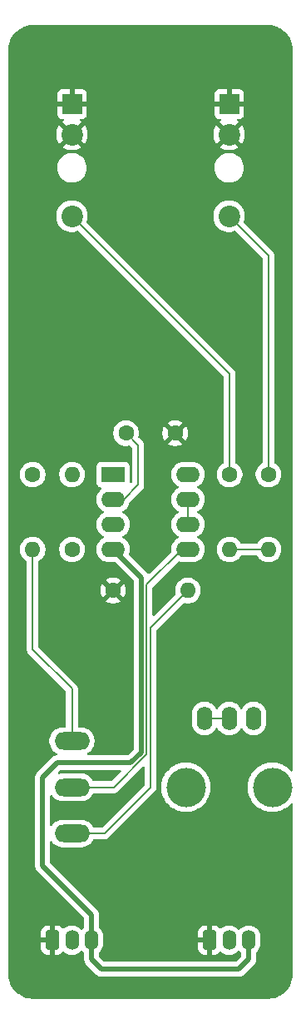
<source format=gbr>
%TF.GenerationSoftware,KiCad,Pcbnew,9.0.4*%
%TF.CreationDate,2026-01-18T07:18:28+11:00*%
%TF.ProjectId,LFO,4c464f2e-6b69-4636-9164-5f7063625858,rev?*%
%TF.SameCoordinates,Original*%
%TF.FileFunction,Copper,L1,Top*%
%TF.FilePolarity,Positive*%
%FSLAX46Y46*%
G04 Gerber Fmt 4.6, Leading zero omitted, Abs format (unit mm)*
G04 Created by KiCad (PCBNEW 9.0.4) date 2026-01-18 07:18:28*
%MOMM*%
%LPD*%
G01*
G04 APERTURE LIST*
G04 Aperture macros list*
%AMRoundRect*
0 Rectangle with rounded corners*
0 $1 Rounding radius*
0 $2 $3 $4 $5 $6 $7 $8 $9 X,Y pos of 4 corners*
0 Add a 4 corners polygon primitive as box body*
4,1,4,$2,$3,$4,$5,$6,$7,$8,$9,$2,$3,0*
0 Add four circle primitives for the rounded corners*
1,1,$1+$1,$2,$3*
1,1,$1+$1,$4,$5*
1,1,$1+$1,$6,$7*
1,1,$1+$1,$8,$9*
0 Add four rect primitives between the rounded corners*
20,1,$1+$1,$2,$3,$4,$5,0*
20,1,$1+$1,$4,$5,$6,$7,0*
20,1,$1+$1,$6,$7,$8,$9,0*
20,1,$1+$1,$8,$9,$2,$3,0*%
G04 Aperture macros list end*
%TA.AperFunction,ComponentPad*%
%ADD10C,1.600000*%
%TD*%
%TA.AperFunction,ComponentPad*%
%ADD11O,1.600000X1.600000*%
%TD*%
%TA.AperFunction,WasherPad*%
%ADD12C,4.000000*%
%TD*%
%TA.AperFunction,ComponentPad*%
%ADD13O,1.600000X2.400000*%
%TD*%
%TA.AperFunction,ComponentPad*%
%ADD14RoundRect,0.291666X-0.408334X-0.708334X0.408334X-0.708334X0.408334X0.708334X-0.408334X0.708334X0*%
%TD*%
%TA.AperFunction,ComponentPad*%
%ADD15O,1.400000X2.000000*%
%TD*%
%TA.AperFunction,ComponentPad*%
%ADD16R,2.000000X2.000000*%
%TD*%
%TA.AperFunction,ComponentPad*%
%ADD17C,2.200000*%
%TD*%
%TA.AperFunction,ComponentPad*%
%ADD18O,3.600000X1.800000*%
%TD*%
%TA.AperFunction,ComponentPad*%
%ADD19R,2.400000X1.600000*%
%TD*%
%TA.AperFunction,ComponentPad*%
%ADD20O,2.400000X1.600000*%
%TD*%
%TA.AperFunction,Conductor*%
%ADD21C,0.200000*%
%TD*%
%TA.AperFunction,Conductor*%
%ADD22C,0.500000*%
%TD*%
G04 APERTURE END LIST*
D10*
%TO.P,R5,1*%
%TO.N,Net-(J2-PadT)*%
X162000000Y-96190000D03*
D11*
%TO.P,R5,2*%
%TO.N,Net-(U1B--)*%
X162000000Y-103810000D03*
%TD*%
D10*
%TO.P,R3,1*%
%TO.N,GND*%
X146190000Y-108000000D03*
D11*
%TO.P,R3,2*%
%TO.N,Net-(SW1-C)*%
X153810000Y-108000000D03*
%TD*%
D10*
%TO.P,R1,1*%
%TO.N,Net-(U1A--)*%
X138000000Y-96190000D03*
D11*
%TO.P,R1,2*%
%TO.N,Net-(SW1-A)*%
X138000000Y-103810000D03*
%TD*%
D10*
%TO.P,R4,1*%
%TO.N,Net-(J1-PadT)*%
X158050000Y-96190000D03*
D11*
%TO.P,R4,2*%
%TO.N,Net-(U1B--)*%
X158050000Y-103810000D03*
%TD*%
D10*
%TO.P,R2,1*%
%TO.N,Net-(SW1-C)*%
X142000000Y-103810000D03*
D11*
%TO.P,R2,2*%
%TO.N,Net-(R2-Pad2)*%
X142000000Y-96190000D03*
%TD*%
D12*
%TO.P,RV1,*%
%TO.N,*%
X162400000Y-128000000D03*
X153600000Y-128000000D03*
D13*
%TO.P,RV1,1,1*%
%TO.N,Net-(SW1-A)*%
X155499999Y-121000000D03*
%TO.P,RV1,2,2*%
X158000000Y-121000000D03*
%TO.P,RV1,3,3*%
%TO.N,Net-(R2-Pad2)*%
X160500001Y-121000000D03*
%TD*%
D14*
%TO.P,J3,1,Pin_1*%
%TO.N,GND*%
X140000000Y-143550000D03*
D15*
%TO.P,J3,2,Pin_2*%
%TO.N,VDD*%
X142000000Y-143550000D03*
%TO.P,J3,3,Pin_3*%
%TO.N,VSS*%
X144000000Y-143550000D03*
%TD*%
D14*
%TO.P,J4,1,Pin_1*%
%TO.N,GND*%
X156000000Y-143550000D03*
D15*
%TO.P,J4,2,Pin_2*%
%TO.N,VDD*%
X158000000Y-143550000D03*
%TO.P,J4,3,Pin_3*%
%TO.N,VSS*%
X160000000Y-143550000D03*
%TD*%
D16*
%TO.P,J1,G*%
%TO.N,GND*%
X142000000Y-58520000D03*
D17*
%TO.P,J1,S*%
X142000000Y-61620000D03*
%TO.P,J1,T*%
%TO.N,Net-(J1-PadT)*%
X142000000Y-69920000D03*
%TD*%
D16*
%TO.P,J2,G*%
%TO.N,GND*%
X158000000Y-58520000D03*
D17*
%TO.P,J2,S*%
X158000000Y-61620000D03*
%TO.P,J2,T*%
%TO.N,Net-(J2-PadT)*%
X158000000Y-69920000D03*
%TD*%
D18*
%TO.P,SW1,1,A*%
%TO.N,Net-(SW1-A)*%
X142000000Y-123300000D03*
%TO.P,SW1,2,B*%
%TO.N,Net-(SW1-B)*%
X142000000Y-128000000D03*
%TO.P,SW1,3,C*%
%TO.N,Net-(SW1-C)*%
X142000000Y-132700000D03*
%TD*%
D19*
%TO.P,U1,1*%
%TO.N,Net-(R2-Pad2)*%
X146190000Y-96190000D03*
D20*
%TO.P,U1,2,-*%
%TO.N,Net-(U1A--)*%
X146190000Y-98730000D03*
%TO.P,U1,3,+*%
%TO.N,Net-(SW1-C)*%
X146190000Y-101270000D03*
%TO.P,U1,4,V-*%
%TO.N,VSS*%
X146190000Y-103810000D03*
%TO.P,U1,5,+*%
%TO.N,Net-(SW1-B)*%
X153810000Y-103810000D03*
%TO.P,U1,6,-*%
%TO.N,Net-(U1B--)*%
X153810000Y-101270000D03*
%TO.P,U1,7*%
X153810000Y-98730000D03*
%TO.P,U1,8,V+*%
%TO.N,VDD*%
X153810000Y-96190000D03*
%TD*%
D10*
%TO.P,C1,1*%
%TO.N,Net-(U1A--)*%
X147500000Y-92000000D03*
%TO.P,C1,2*%
%TO.N,GND*%
X152500000Y-92000000D03*
%TD*%
D21*
%TO.N,Net-(U1A--)*%
X147270000Y-98730000D02*
X148750000Y-97250000D01*
X146190000Y-98730000D02*
X147270000Y-98730000D01*
X148750000Y-97250000D02*
X148750000Y-93250000D01*
X148750000Y-93250000D02*
X147500000Y-92000000D01*
D22*
%TO.N,VSS*%
X139000000Y-136000000D02*
X139000000Y-127000000D01*
X144000000Y-143550000D02*
X144000000Y-145500000D01*
X149048000Y-124452000D02*
X149048000Y-106668000D01*
X160000000Y-145500000D02*
X160000000Y-143550000D01*
X148000000Y-125500000D02*
X149048000Y-124452000D01*
X144000000Y-141000000D02*
X139000000Y-136000000D01*
X144000000Y-143550000D02*
X144000000Y-141000000D01*
X139000000Y-127000000D02*
X140500000Y-125500000D01*
X144000000Y-145500000D02*
X145000000Y-146500000D01*
X145000000Y-146500000D02*
X159000000Y-146500000D01*
X159000000Y-146500000D02*
X160000000Y-145500000D01*
X140500000Y-125500000D02*
X148000000Y-125500000D01*
X149048000Y-106668000D02*
X146190000Y-103810000D01*
D21*
%TO.N,Net-(SW1-A)*%
X138000000Y-114000000D02*
X138000000Y-103810000D01*
X158000000Y-121000000D02*
X155499999Y-121000000D01*
X142000000Y-118000000D02*
X138000000Y-114000000D01*
X142000000Y-123300000D02*
X142000000Y-118000000D01*
%TO.N,Net-(SW1-C)*%
X150000000Y-128000000D02*
X150000000Y-111810000D01*
X142000000Y-132700000D02*
X145300000Y-132700000D01*
X145300000Y-132700000D02*
X150000000Y-128000000D01*
X150000000Y-111810000D02*
X153810000Y-108000000D01*
%TO.N,Net-(U1B--)*%
X153810000Y-101270000D02*
X153810000Y-98730000D01*
X158050000Y-103810000D02*
X162000000Y-103810000D01*
%TO.N,Net-(SW1-B)*%
X153190000Y-103810000D02*
X153810000Y-103810000D01*
X149599000Y-124680232D02*
X146279232Y-128000000D01*
X149599000Y-122300000D02*
X149599000Y-124680232D01*
X149599000Y-122300000D02*
X149599000Y-107401000D01*
X149599000Y-107401000D02*
X153190000Y-103810000D01*
X146279232Y-128000000D02*
X142000000Y-128000000D01*
%TO.N,Net-(J1-PadT)*%
X158050000Y-85969999D02*
X142000000Y-69919999D01*
X158050000Y-96190000D02*
X158050000Y-85969999D01*
%TO.N,Net-(J2-PadT)*%
X162000000Y-73919999D02*
X158000000Y-69919999D01*
X162000000Y-96190000D02*
X162000000Y-73919999D01*
%TD*%
%TA.AperFunction,Conductor*%
%TO.N,GND*%
G36*
X162003736Y-50500726D02*
G01*
X162293796Y-50518271D01*
X162308659Y-50520076D01*
X162590798Y-50571780D01*
X162605335Y-50575363D01*
X162879172Y-50660695D01*
X162893163Y-50666000D01*
X163154743Y-50783727D01*
X163167989Y-50790680D01*
X163413465Y-50939075D01*
X163425776Y-50947573D01*
X163651573Y-51124473D01*
X163662781Y-51134403D01*
X163865596Y-51337218D01*
X163875526Y-51348426D01*
X163995481Y-51501538D01*
X164052422Y-51574217D01*
X164060928Y-51586540D01*
X164209316Y-51832004D01*
X164216275Y-51845263D01*
X164333997Y-52106831D01*
X164339306Y-52120832D01*
X164424635Y-52394663D01*
X164428219Y-52409201D01*
X164479923Y-52691340D01*
X164481728Y-52706205D01*
X164499274Y-52996263D01*
X164499500Y-53003750D01*
X164499500Y-126267827D01*
X164479815Y-126334866D01*
X164427011Y-126380621D01*
X164357853Y-126390565D01*
X164294297Y-126361540D01*
X164278553Y-126345140D01*
X164267416Y-126331175D01*
X164068824Y-126132583D01*
X163938092Y-126028328D01*
X163849248Y-125957477D01*
X163611445Y-125808055D01*
X163611442Y-125808053D01*
X163358411Y-125686200D01*
X163093329Y-125593443D01*
X163093317Y-125593439D01*
X162819512Y-125530945D01*
X162819494Y-125530942D01*
X162540431Y-125499500D01*
X162540425Y-125499500D01*
X162259575Y-125499500D01*
X162259568Y-125499500D01*
X161980505Y-125530942D01*
X161980487Y-125530945D01*
X161706682Y-125593439D01*
X161706670Y-125593443D01*
X161441588Y-125686200D01*
X161188557Y-125808053D01*
X160950753Y-125957476D01*
X160731175Y-126132583D01*
X160532583Y-126331175D01*
X160357476Y-126550753D01*
X160208053Y-126788557D01*
X160086200Y-127041588D01*
X159993443Y-127306670D01*
X159993439Y-127306682D01*
X159930945Y-127580487D01*
X159930942Y-127580505D01*
X159899500Y-127859568D01*
X159899500Y-128140431D01*
X159930942Y-128419494D01*
X159930945Y-128419512D01*
X159993439Y-128693317D01*
X159993443Y-128693329D01*
X160086200Y-128958411D01*
X160208053Y-129211442D01*
X160208055Y-129211445D01*
X160357477Y-129449248D01*
X160487162Y-129611868D01*
X160532581Y-129668822D01*
X160532584Y-129668825D01*
X160731175Y-129867416D01*
X160950752Y-130042523D01*
X161188555Y-130191945D01*
X161441592Y-130313801D01*
X161640680Y-130383465D01*
X161706670Y-130406556D01*
X161706682Y-130406560D01*
X161980491Y-130469055D01*
X161980497Y-130469055D01*
X161980505Y-130469057D01*
X162166547Y-130490018D01*
X162259569Y-130500499D01*
X162259572Y-130500500D01*
X162259575Y-130500500D01*
X162540428Y-130500500D01*
X162540429Y-130500499D01*
X162683055Y-130484429D01*
X162819494Y-130469057D01*
X162819499Y-130469056D01*
X162819509Y-130469055D01*
X163093318Y-130406560D01*
X163358408Y-130313801D01*
X163611445Y-130191945D01*
X163849248Y-130042523D01*
X164068825Y-129867416D01*
X164267416Y-129668825D01*
X164278551Y-129654861D01*
X164335739Y-129614720D01*
X164405550Y-129611868D01*
X164465821Y-129647212D01*
X164497415Y-129709530D01*
X164499500Y-129732172D01*
X164499500Y-146996249D01*
X164499274Y-147003736D01*
X164481728Y-147293794D01*
X164479923Y-147308659D01*
X164428219Y-147590798D01*
X164424635Y-147605336D01*
X164339306Y-147879167D01*
X164333997Y-147893168D01*
X164216275Y-148154736D01*
X164209316Y-148167995D01*
X164060928Y-148413459D01*
X164052422Y-148425782D01*
X163875526Y-148651573D01*
X163865596Y-148662781D01*
X163662781Y-148865596D01*
X163651573Y-148875526D01*
X163425782Y-149052422D01*
X163413459Y-149060928D01*
X163167995Y-149209316D01*
X163154736Y-149216275D01*
X162893168Y-149333997D01*
X162879167Y-149339306D01*
X162605336Y-149424635D01*
X162590798Y-149428219D01*
X162308659Y-149479923D01*
X162293794Y-149481728D01*
X162014454Y-149498624D01*
X162003735Y-149499273D01*
X161996250Y-149499499D01*
X138003734Y-149499499D01*
X137996247Y-149499273D01*
X137706205Y-149481728D01*
X137691340Y-149479923D01*
X137409201Y-149428219D01*
X137394663Y-149424635D01*
X137120832Y-149339306D01*
X137106831Y-149333997D01*
X136845263Y-149216275D01*
X136832004Y-149209316D01*
X136586540Y-149060928D01*
X136574217Y-149052422D01*
X136348426Y-148875526D01*
X136337218Y-148865596D01*
X136134403Y-148662781D01*
X136124473Y-148651573D01*
X135947573Y-148425776D01*
X135939075Y-148413465D01*
X135790680Y-148167989D01*
X135783727Y-148154743D01*
X135666000Y-147893163D01*
X135660693Y-147879167D01*
X135575364Y-147605336D01*
X135571780Y-147590798D01*
X135520076Y-147308659D01*
X135518271Y-147293794D01*
X135505517Y-147082950D01*
X135500726Y-147003736D01*
X135500500Y-146996249D01*
X135500500Y-103707648D01*
X136699500Y-103707648D01*
X136699500Y-103912351D01*
X136731522Y-104114534D01*
X136794781Y-104309223D01*
X136887715Y-104491613D01*
X137008028Y-104657213D01*
X137008034Y-104657219D01*
X137152781Y-104801966D01*
X137318390Y-104922287D01*
X137331793Y-104929116D01*
X137382589Y-104977088D01*
X137399500Y-105039601D01*
X137399500Y-113913330D01*
X137399499Y-113913348D01*
X137399499Y-114079054D01*
X137399498Y-114079054D01*
X137440423Y-114231785D01*
X137469358Y-114281900D01*
X137469359Y-114281904D01*
X137469360Y-114281904D01*
X137519479Y-114368714D01*
X137519481Y-114368717D01*
X137638349Y-114487585D01*
X137638355Y-114487590D01*
X141363181Y-118212416D01*
X141396666Y-118273739D01*
X141399500Y-118300097D01*
X141399500Y-121775500D01*
X141379815Y-121842539D01*
X141327011Y-121888294D01*
X141275500Y-121899500D01*
X140989778Y-121899500D01*
X140917201Y-121910995D01*
X140772047Y-121933985D01*
X140562396Y-122002103D01*
X140562393Y-122002104D01*
X140365974Y-122102187D01*
X140187641Y-122231752D01*
X140187636Y-122231756D01*
X140031756Y-122387636D01*
X140031752Y-122387641D01*
X139902187Y-122565974D01*
X139802104Y-122762393D01*
X139802103Y-122762396D01*
X139733985Y-122972047D01*
X139699500Y-123189778D01*
X139699500Y-123410221D01*
X139733985Y-123627952D01*
X139802103Y-123837603D01*
X139802104Y-123837606D01*
X139902187Y-124034025D01*
X140031752Y-124212358D01*
X140031756Y-124212363D01*
X140187636Y-124368243D01*
X140187641Y-124368247D01*
X140365976Y-124497814D01*
X140419508Y-124525090D01*
X140470305Y-124573064D01*
X140487100Y-124640885D01*
X140464563Y-124707020D01*
X140409848Y-124750472D01*
X140387407Y-124757192D01*
X140281091Y-124778340D01*
X140281082Y-124778343D01*
X140144511Y-124834912D01*
X140144498Y-124834919D01*
X140021584Y-124917048D01*
X140021580Y-124917051D01*
X138417050Y-126521580D01*
X138417044Y-126521588D01*
X138367812Y-126595268D01*
X138367813Y-126595269D01*
X138334921Y-126644496D01*
X138334914Y-126644508D01*
X138278342Y-126781086D01*
X138278340Y-126781092D01*
X138249500Y-126926079D01*
X138249500Y-126926082D01*
X138249500Y-136073918D01*
X138249500Y-136073920D01*
X138249499Y-136073920D01*
X138278340Y-136218907D01*
X138278343Y-136218917D01*
X138334914Y-136355492D01*
X138367812Y-136404727D01*
X138367813Y-136404730D01*
X138417046Y-136478414D01*
X138417052Y-136478421D01*
X143213181Y-141274549D01*
X143246666Y-141335872D01*
X143249500Y-141362230D01*
X143249500Y-142251374D01*
X143240855Y-142280814D01*
X143234332Y-142310801D01*
X143230577Y-142315816D01*
X143229815Y-142318413D01*
X143213182Y-142339055D01*
X143213181Y-142339056D01*
X143087680Y-142464556D01*
X143026357Y-142498040D01*
X142956665Y-142493056D01*
X142912318Y-142464555D01*
X142782075Y-142334312D01*
X142782073Y-142334310D01*
X142629199Y-142223240D01*
X142620479Y-142218797D01*
X142460836Y-142137454D01*
X142281118Y-142079059D01*
X142094486Y-142049500D01*
X142094481Y-142049500D01*
X141905519Y-142049500D01*
X141905514Y-142049500D01*
X141718881Y-142079059D01*
X141539163Y-142137454D01*
X141370800Y-142223240D01*
X141283579Y-142286610D01*
X141217927Y-142334310D01*
X141217925Y-142334312D01*
X141217922Y-142334314D01*
X141206923Y-142345313D01*
X141145599Y-142378796D01*
X141075907Y-142373809D01*
X141031564Y-142345311D01*
X140905049Y-142218797D01*
X140905050Y-142218797D01*
X140753998Y-142123887D01*
X140753999Y-142123887D01*
X140585612Y-142064965D01*
X140585602Y-142064963D01*
X140452797Y-142050000D01*
X140250000Y-142050000D01*
X140250000Y-143269670D01*
X140230255Y-143249925D01*
X140144745Y-143200556D01*
X140049370Y-143175000D01*
X139950630Y-143175000D01*
X139855255Y-143200556D01*
X139769745Y-143249925D01*
X139750000Y-143269670D01*
X139750000Y-142050000D01*
X139547207Y-142050000D01*
X139547201Y-142050001D01*
X139414397Y-142064963D01*
X139414387Y-142064965D01*
X139246000Y-142123887D01*
X139094949Y-142218797D01*
X138968797Y-142344949D01*
X138873887Y-142496000D01*
X138814965Y-142664387D01*
X138814963Y-142664397D01*
X138800000Y-142797202D01*
X138800000Y-143300000D01*
X139719670Y-143300000D01*
X139699925Y-143319745D01*
X139650556Y-143405255D01*
X139625000Y-143500630D01*
X139625000Y-143599370D01*
X139650556Y-143694745D01*
X139699925Y-143780255D01*
X139719670Y-143800000D01*
X138800001Y-143800000D01*
X138800001Y-144302798D01*
X138814963Y-144435602D01*
X138814965Y-144435612D01*
X138873887Y-144603999D01*
X138968797Y-144755050D01*
X139094949Y-144881202D01*
X139246001Y-144976112D01*
X139246000Y-144976112D01*
X139414387Y-145035034D01*
X139414397Y-145035036D01*
X139547204Y-145049999D01*
X139749999Y-145049999D01*
X139750000Y-145049998D01*
X139750000Y-143830330D01*
X139769745Y-143850075D01*
X139855255Y-143899444D01*
X139950630Y-143925000D01*
X140049370Y-143925000D01*
X140144745Y-143899444D01*
X140230255Y-143850075D01*
X140250000Y-143830330D01*
X140250000Y-145049999D01*
X140452791Y-145049999D01*
X140452798Y-145049998D01*
X140585602Y-145035036D01*
X140585612Y-145035034D01*
X140753999Y-144976112D01*
X140905050Y-144881202D01*
X140905053Y-144881199D01*
X141031564Y-144754689D01*
X141092887Y-144721204D01*
X141162579Y-144726188D01*
X141206926Y-144754689D01*
X141217927Y-144765690D01*
X141370801Y-144876760D01*
X141450347Y-144917290D01*
X141539163Y-144962545D01*
X141539165Y-144962545D01*
X141539168Y-144962547D01*
X141580917Y-144976112D01*
X141718881Y-145020940D01*
X141905514Y-145050500D01*
X141905519Y-145050500D01*
X142094486Y-145050500D01*
X142281118Y-145020940D01*
X142460832Y-144962547D01*
X142629199Y-144876760D01*
X142782073Y-144765690D01*
X142912319Y-144635444D01*
X142920264Y-144631105D01*
X142925690Y-144623858D01*
X142950449Y-144614623D01*
X142973642Y-144601959D01*
X142982671Y-144602604D01*
X142991154Y-144599441D01*
X143016974Y-144605057D01*
X143043334Y-144606943D01*
X143052387Y-144612761D01*
X143059427Y-144614293D01*
X143087681Y-144635444D01*
X143213181Y-144760944D01*
X143246666Y-144822267D01*
X143249500Y-144848625D01*
X143249500Y-145573918D01*
X143249500Y-145573920D01*
X143249499Y-145573920D01*
X143278340Y-145718907D01*
X143278343Y-145718917D01*
X143334914Y-145855492D01*
X143367812Y-145904727D01*
X143367813Y-145904730D01*
X143417046Y-145978414D01*
X143417052Y-145978421D01*
X144417049Y-146978416D01*
X144521584Y-147082951D01*
X144521587Y-147082953D01*
X144521588Y-147082954D01*
X144644503Y-147165083D01*
X144644506Y-147165085D01*
X144694665Y-147185861D01*
X144701080Y-147188518D01*
X144781088Y-147221659D01*
X144897241Y-147244763D01*
X144920380Y-147249365D01*
X144926081Y-147250500D01*
X144926082Y-147250500D01*
X159073920Y-147250500D01*
X159171462Y-147231096D01*
X159218913Y-147221658D01*
X159355495Y-147165084D01*
X159404729Y-147132186D01*
X159478416Y-147082952D01*
X160582952Y-145978415D01*
X160623955Y-145917049D01*
X160665084Y-145855495D01*
X160697042Y-145778342D01*
X160721659Y-145718912D01*
X160750500Y-145573917D01*
X160750500Y-145426082D01*
X160750500Y-144848625D01*
X160770185Y-144781586D01*
X160786819Y-144760944D01*
X160826559Y-144721204D01*
X160915690Y-144632073D01*
X161026760Y-144479199D01*
X161112547Y-144310832D01*
X161170940Y-144131118D01*
X161200500Y-143944486D01*
X161200500Y-143155513D01*
X161170940Y-142968881D01*
X161112545Y-142789163D01*
X161026759Y-142620800D01*
X160915690Y-142467927D01*
X160782073Y-142334310D01*
X160629199Y-142223240D01*
X160620479Y-142218797D01*
X160460836Y-142137454D01*
X160281118Y-142079059D01*
X160094486Y-142049500D01*
X160094481Y-142049500D01*
X159905519Y-142049500D01*
X159905514Y-142049500D01*
X159718881Y-142079059D01*
X159539163Y-142137454D01*
X159370800Y-142223240D01*
X159283579Y-142286610D01*
X159217927Y-142334310D01*
X159217925Y-142334312D01*
X159217924Y-142334312D01*
X159087681Y-142464556D01*
X159026358Y-142498041D01*
X158956666Y-142493057D01*
X158912319Y-142464556D01*
X158782075Y-142334312D01*
X158782073Y-142334310D01*
X158629199Y-142223240D01*
X158620479Y-142218797D01*
X158460836Y-142137454D01*
X158281118Y-142079059D01*
X158094486Y-142049500D01*
X158094481Y-142049500D01*
X157905519Y-142049500D01*
X157905514Y-142049500D01*
X157718881Y-142079059D01*
X157539163Y-142137454D01*
X157370800Y-142223240D01*
X157283579Y-142286610D01*
X157217927Y-142334310D01*
X157217925Y-142334312D01*
X157217922Y-142334314D01*
X157206923Y-142345313D01*
X157145599Y-142378796D01*
X157075907Y-142373809D01*
X157031564Y-142345311D01*
X156905049Y-142218797D01*
X156905050Y-142218797D01*
X156753998Y-142123887D01*
X156753999Y-142123887D01*
X156585612Y-142064965D01*
X156585602Y-142064963D01*
X156452797Y-142050000D01*
X156250000Y-142050000D01*
X156250000Y-143269670D01*
X156230255Y-143249925D01*
X156144745Y-143200556D01*
X156049370Y-143175000D01*
X155950630Y-143175000D01*
X155855255Y-143200556D01*
X155769745Y-143249925D01*
X155750000Y-143269670D01*
X155750000Y-142050000D01*
X155547207Y-142050000D01*
X155547201Y-142050001D01*
X155414397Y-142064963D01*
X155414387Y-142064965D01*
X155246000Y-142123887D01*
X155094949Y-142218797D01*
X154968797Y-142344949D01*
X154873887Y-142496000D01*
X154814965Y-142664387D01*
X154814963Y-142664397D01*
X154800000Y-142797202D01*
X154800000Y-143300000D01*
X155719670Y-143300000D01*
X155699925Y-143319745D01*
X155650556Y-143405255D01*
X155625000Y-143500630D01*
X155625000Y-143599370D01*
X155650556Y-143694745D01*
X155699925Y-143780255D01*
X155719670Y-143800000D01*
X154800001Y-143800000D01*
X154800001Y-144302798D01*
X154814963Y-144435602D01*
X154814965Y-144435612D01*
X154873887Y-144603999D01*
X154968797Y-144755050D01*
X155094949Y-144881202D01*
X155246001Y-144976112D01*
X155246000Y-144976112D01*
X155414387Y-145035034D01*
X155414397Y-145035036D01*
X155547204Y-145049999D01*
X155749999Y-145049999D01*
X155750000Y-145049998D01*
X155750000Y-143830330D01*
X155769745Y-143850075D01*
X155855255Y-143899444D01*
X155950630Y-143925000D01*
X156049370Y-143925000D01*
X156144745Y-143899444D01*
X156230255Y-143850075D01*
X156250000Y-143830330D01*
X156250000Y-145049999D01*
X156452791Y-145049999D01*
X156452798Y-145049998D01*
X156585602Y-145035036D01*
X156585612Y-145035034D01*
X156753999Y-144976112D01*
X156905050Y-144881202D01*
X156905053Y-144881199D01*
X157031564Y-144754689D01*
X157092887Y-144721204D01*
X157162579Y-144726188D01*
X157206926Y-144754689D01*
X157217927Y-144765690D01*
X157370801Y-144876760D01*
X157450347Y-144917290D01*
X157539163Y-144962545D01*
X157539165Y-144962545D01*
X157539168Y-144962547D01*
X157580917Y-144976112D01*
X157718881Y-145020940D01*
X157905514Y-145050500D01*
X157905519Y-145050500D01*
X158094486Y-145050500D01*
X158281118Y-145020940D01*
X158460832Y-144962547D01*
X158629199Y-144876760D01*
X158782073Y-144765690D01*
X158912319Y-144635444D01*
X158920264Y-144631105D01*
X158925690Y-144623858D01*
X158950449Y-144614623D01*
X158973642Y-144601959D01*
X158982671Y-144602604D01*
X158991154Y-144599441D01*
X159016974Y-144605057D01*
X159043334Y-144606943D01*
X159052387Y-144612761D01*
X159059427Y-144614293D01*
X159087681Y-144635444D01*
X159213181Y-144760944D01*
X159246666Y-144822267D01*
X159249500Y-144848625D01*
X159249500Y-145137770D01*
X159229815Y-145204809D01*
X159213181Y-145225451D01*
X158725451Y-145713181D01*
X158664128Y-145746666D01*
X158637770Y-145749500D01*
X145362229Y-145749500D01*
X145295190Y-145729815D01*
X145274548Y-145713181D01*
X144786819Y-145225451D01*
X144753334Y-145164128D01*
X144750500Y-145137770D01*
X144750500Y-144848625D01*
X144770185Y-144781586D01*
X144786819Y-144760944D01*
X144826559Y-144721204D01*
X144915690Y-144632073D01*
X145026760Y-144479199D01*
X145112547Y-144310832D01*
X145170940Y-144131118D01*
X145200500Y-143944486D01*
X145200500Y-143155513D01*
X145170940Y-142968881D01*
X145126480Y-142832049D01*
X145126479Y-142832046D01*
X145112547Y-142789167D01*
X145026759Y-142620800D01*
X144915690Y-142467927D01*
X144786818Y-142339055D01*
X144753334Y-142277732D01*
X144750500Y-142251374D01*
X144750500Y-140926079D01*
X144721659Y-140781092D01*
X144721658Y-140781091D01*
X144721658Y-140781087D01*
X144665084Y-140644505D01*
X144632186Y-140595270D01*
X144632185Y-140595268D01*
X144582956Y-140521589D01*
X144582952Y-140521584D01*
X139786819Y-135725451D01*
X139753334Y-135664128D01*
X139750500Y-135637770D01*
X139750500Y-133606879D01*
X139770185Y-133539840D01*
X139822989Y-133494085D01*
X139892147Y-133484141D01*
X139955703Y-133513166D01*
X139974816Y-133533991D01*
X139979066Y-133539840D01*
X140031758Y-133612365D01*
X140187636Y-133768243D01*
X140187641Y-133768247D01*
X140343192Y-133881260D01*
X140365978Y-133897815D01*
X140494375Y-133963237D01*
X140562393Y-133997895D01*
X140562396Y-133997896D01*
X140667221Y-134031955D01*
X140772049Y-134066015D01*
X140989778Y-134100500D01*
X140989779Y-134100500D01*
X143010221Y-134100500D01*
X143010222Y-134100500D01*
X143227951Y-134066015D01*
X143437606Y-133997895D01*
X143634022Y-133897815D01*
X143812365Y-133768242D01*
X143968242Y-133612365D01*
X144097815Y-133434022D01*
X144131352Y-133368204D01*
X144179326Y-133317409D01*
X144241836Y-133300500D01*
X145213331Y-133300500D01*
X145213347Y-133300501D01*
X145220943Y-133300501D01*
X145379054Y-133300501D01*
X145379057Y-133300501D01*
X145531785Y-133259577D01*
X145581904Y-133230639D01*
X145668716Y-133180520D01*
X145780520Y-133068716D01*
X145780520Y-133068714D01*
X145790728Y-133058507D01*
X145790729Y-133058504D01*
X150480520Y-128368716D01*
X150559577Y-128231784D01*
X150600501Y-128079057D01*
X150600501Y-127920942D01*
X150600501Y-127913347D01*
X150600500Y-127913329D01*
X150600500Y-127859568D01*
X151099500Y-127859568D01*
X151099500Y-128140431D01*
X151130942Y-128419494D01*
X151130945Y-128419512D01*
X151193439Y-128693317D01*
X151193443Y-128693329D01*
X151286200Y-128958411D01*
X151408053Y-129211442D01*
X151408055Y-129211445D01*
X151557477Y-129449248D01*
X151687162Y-129611868D01*
X151732581Y-129668822D01*
X151732584Y-129668825D01*
X151931175Y-129867416D01*
X152150752Y-130042523D01*
X152388555Y-130191945D01*
X152641592Y-130313801D01*
X152840680Y-130383465D01*
X152906670Y-130406556D01*
X152906682Y-130406560D01*
X153180491Y-130469055D01*
X153180497Y-130469055D01*
X153180505Y-130469057D01*
X153366547Y-130490018D01*
X153459569Y-130500499D01*
X153459572Y-130500500D01*
X153459575Y-130500500D01*
X153740428Y-130500500D01*
X153740429Y-130500499D01*
X153883055Y-130484429D01*
X154019494Y-130469057D01*
X154019499Y-130469056D01*
X154019509Y-130469055D01*
X154293318Y-130406560D01*
X154558408Y-130313801D01*
X154811445Y-130191945D01*
X155049248Y-130042523D01*
X155268825Y-129867416D01*
X155467416Y-129668825D01*
X155642523Y-129449248D01*
X155791945Y-129211445D01*
X155913801Y-128958408D01*
X156006560Y-128693318D01*
X156069055Y-128419509D01*
X156100500Y-128140425D01*
X156100500Y-127859575D01*
X156069055Y-127580491D01*
X156006560Y-127306682D01*
X155913801Y-127041592D01*
X155791945Y-126788555D01*
X155642523Y-126550752D01*
X155467416Y-126331175D01*
X155268825Y-126132584D01*
X155049248Y-125957477D01*
X154811445Y-125808055D01*
X154811442Y-125808053D01*
X154558411Y-125686200D01*
X154293329Y-125593443D01*
X154293317Y-125593439D01*
X154019512Y-125530945D01*
X154019494Y-125530942D01*
X153740431Y-125499500D01*
X153740425Y-125499500D01*
X153459575Y-125499500D01*
X153459568Y-125499500D01*
X153180505Y-125530942D01*
X153180487Y-125530945D01*
X152906682Y-125593439D01*
X152906670Y-125593443D01*
X152641588Y-125686200D01*
X152388557Y-125808053D01*
X152150753Y-125957476D01*
X151931175Y-126132583D01*
X151732583Y-126331175D01*
X151557476Y-126550753D01*
X151408053Y-126788557D01*
X151286200Y-127041588D01*
X151193443Y-127306670D01*
X151193439Y-127306682D01*
X151130945Y-127580487D01*
X151130942Y-127580505D01*
X151099500Y-127859568D01*
X150600500Y-127859568D01*
X150600500Y-120497648D01*
X154199499Y-120497648D01*
X154199499Y-121502351D01*
X154231521Y-121704534D01*
X154294780Y-121899223D01*
X154387714Y-122081613D01*
X154508027Y-122247213D01*
X154652785Y-122391971D01*
X154807748Y-122504556D01*
X154818389Y-122512287D01*
X154934606Y-122571503D01*
X155000775Y-122605218D01*
X155000777Y-122605218D01*
X155000780Y-122605220D01*
X155105136Y-122639127D01*
X155195464Y-122668477D01*
X155296556Y-122684488D01*
X155397647Y-122700500D01*
X155397648Y-122700500D01*
X155602350Y-122700500D01*
X155602351Y-122700500D01*
X155804533Y-122668477D01*
X155999218Y-122605220D01*
X156181609Y-122512287D01*
X156274589Y-122444732D01*
X156347212Y-122391971D01*
X156347214Y-122391968D01*
X156347218Y-122391966D01*
X156491965Y-122247219D01*
X156491967Y-122247215D01*
X156491970Y-122247213D01*
X156597336Y-122102187D01*
X156612286Y-122081610D01*
X156639514Y-122028171D01*
X156687488Y-121977376D01*
X156755309Y-121960580D01*
X156821444Y-121983117D01*
X156860483Y-122028170D01*
X156887713Y-122081611D01*
X157008028Y-122247213D01*
X157152786Y-122391971D01*
X157307749Y-122504556D01*
X157318390Y-122512287D01*
X157434607Y-122571503D01*
X157500776Y-122605218D01*
X157500778Y-122605218D01*
X157500781Y-122605220D01*
X157605137Y-122639127D01*
X157695465Y-122668477D01*
X157796557Y-122684488D01*
X157897648Y-122700500D01*
X157897649Y-122700500D01*
X158102351Y-122700500D01*
X158102352Y-122700500D01*
X158304534Y-122668477D01*
X158499219Y-122605220D01*
X158681610Y-122512287D01*
X158774590Y-122444732D01*
X158847213Y-122391971D01*
X158847215Y-122391968D01*
X158847219Y-122391966D01*
X158991966Y-122247219D01*
X158991968Y-122247215D01*
X158991971Y-122247213D01*
X159097337Y-122102187D01*
X159112287Y-122081610D01*
X159139515Y-122028171D01*
X159187489Y-121977376D01*
X159255310Y-121960580D01*
X159321445Y-121983117D01*
X159360484Y-122028170D01*
X159387714Y-122081611D01*
X159508029Y-122247213D01*
X159652787Y-122391971D01*
X159807750Y-122504556D01*
X159818391Y-122512287D01*
X159934608Y-122571503D01*
X160000777Y-122605218D01*
X160000779Y-122605218D01*
X160000782Y-122605220D01*
X160105138Y-122639127D01*
X160195466Y-122668477D01*
X160296558Y-122684488D01*
X160397649Y-122700500D01*
X160397650Y-122700500D01*
X160602352Y-122700500D01*
X160602353Y-122700500D01*
X160804535Y-122668477D01*
X160999220Y-122605220D01*
X161181611Y-122512287D01*
X161274591Y-122444732D01*
X161347214Y-122391971D01*
X161347216Y-122391968D01*
X161347220Y-122391966D01*
X161491967Y-122247219D01*
X161491969Y-122247215D01*
X161491972Y-122247213D01*
X161544733Y-122174590D01*
X161612288Y-122081610D01*
X161705221Y-121899219D01*
X161768478Y-121704534D01*
X161800501Y-121502352D01*
X161800501Y-120497648D01*
X161768478Y-120295466D01*
X161750001Y-120238601D01*
X161705219Y-120100776D01*
X161639516Y-119971828D01*
X161612288Y-119918390D01*
X161604557Y-119907749D01*
X161491972Y-119752786D01*
X161347214Y-119608028D01*
X161181614Y-119487715D01*
X161181613Y-119487714D01*
X161181611Y-119487713D01*
X161124654Y-119458691D01*
X160999224Y-119394781D01*
X160804535Y-119331522D01*
X160629996Y-119303878D01*
X160602353Y-119299500D01*
X160397649Y-119299500D01*
X160373330Y-119303351D01*
X160195466Y-119331522D01*
X160000777Y-119394781D01*
X159818387Y-119487715D01*
X159652787Y-119608028D01*
X159508029Y-119752786D01*
X159387715Y-119918386D01*
X159360484Y-119971830D01*
X159312509Y-120022625D01*
X159244688Y-120039419D01*
X159178553Y-120016881D01*
X159139515Y-119971828D01*
X159112287Y-119918390D01*
X159104556Y-119907749D01*
X158991971Y-119752786D01*
X158847213Y-119608028D01*
X158681613Y-119487715D01*
X158681612Y-119487714D01*
X158681610Y-119487713D01*
X158624653Y-119458691D01*
X158499223Y-119394781D01*
X158304534Y-119331522D01*
X158129995Y-119303878D01*
X158102352Y-119299500D01*
X157897648Y-119299500D01*
X157873329Y-119303351D01*
X157695465Y-119331522D01*
X157500776Y-119394781D01*
X157318386Y-119487715D01*
X157152786Y-119608028D01*
X157008028Y-119752786D01*
X156887714Y-119918386D01*
X156860483Y-119971830D01*
X156812508Y-120022625D01*
X156744687Y-120039419D01*
X156678552Y-120016881D01*
X156639514Y-119971828D01*
X156612286Y-119918390D01*
X156604555Y-119907749D01*
X156491970Y-119752786D01*
X156347212Y-119608028D01*
X156181612Y-119487715D01*
X156181611Y-119487714D01*
X156181609Y-119487713D01*
X156124652Y-119458691D01*
X155999222Y-119394781D01*
X155804533Y-119331522D01*
X155629994Y-119303878D01*
X155602351Y-119299500D01*
X155397647Y-119299500D01*
X155373328Y-119303351D01*
X155195464Y-119331522D01*
X155000775Y-119394781D01*
X154818385Y-119487715D01*
X154652785Y-119608028D01*
X154508027Y-119752786D01*
X154387714Y-119918386D01*
X154294780Y-120100776D01*
X154231521Y-120295465D01*
X154199499Y-120497648D01*
X150600500Y-120497648D01*
X150600500Y-112110097D01*
X150620185Y-112043058D01*
X150636819Y-112022416D01*
X151897971Y-110761264D01*
X153365159Y-109294075D01*
X153426480Y-109260592D01*
X153491154Y-109263826D01*
X153505466Y-109268477D01*
X153707648Y-109300500D01*
X153707649Y-109300500D01*
X153912351Y-109300500D01*
X153912352Y-109300500D01*
X154114534Y-109268477D01*
X154309219Y-109205220D01*
X154491610Y-109112287D01*
X154584590Y-109044732D01*
X154657213Y-108991971D01*
X154657215Y-108991968D01*
X154657219Y-108991966D01*
X154801966Y-108847219D01*
X154801968Y-108847215D01*
X154801971Y-108847213D01*
X154854732Y-108774590D01*
X154922287Y-108681610D01*
X155015220Y-108499219D01*
X155078477Y-108304534D01*
X155110500Y-108102352D01*
X155110500Y-107897648D01*
X155102257Y-107845606D01*
X155078477Y-107695465D01*
X155047458Y-107600000D01*
X155015220Y-107500781D01*
X155015218Y-107500778D01*
X155015218Y-107500776D01*
X154922419Y-107318650D01*
X154922287Y-107318390D01*
X154890092Y-107274077D01*
X154801971Y-107152786D01*
X154657213Y-107008028D01*
X154491613Y-106887715D01*
X154491612Y-106887714D01*
X154491610Y-106887713D01*
X154434653Y-106858691D01*
X154309223Y-106794781D01*
X154114534Y-106731522D01*
X153939995Y-106703878D01*
X153912352Y-106699500D01*
X153707648Y-106699500D01*
X153683329Y-106703351D01*
X153505465Y-106731522D01*
X153310776Y-106794781D01*
X153128386Y-106887715D01*
X152962786Y-107008028D01*
X152818028Y-107152786D01*
X152697715Y-107318386D01*
X152604781Y-107500776D01*
X152541522Y-107695465D01*
X152509500Y-107897648D01*
X152509500Y-108102351D01*
X152541523Y-108304535D01*
X152546172Y-108318845D01*
X152548165Y-108388687D01*
X152515921Y-108444841D01*
X150411181Y-110549582D01*
X150349858Y-110583067D01*
X150280166Y-110578083D01*
X150224233Y-110536211D01*
X150199816Y-110470747D01*
X150199500Y-110461901D01*
X150199500Y-107701096D01*
X150219185Y-107634057D01*
X150235814Y-107613420D01*
X152799111Y-105050122D01*
X152860432Y-105016639D01*
X152925103Y-105019873D01*
X153072449Y-105067749D01*
X153105465Y-105078477D01*
X153206557Y-105094488D01*
X153307648Y-105110500D01*
X153307649Y-105110500D01*
X154312351Y-105110500D01*
X154312352Y-105110500D01*
X154514534Y-105078477D01*
X154709219Y-105015220D01*
X154891610Y-104922287D01*
X154984590Y-104854732D01*
X155057213Y-104801971D01*
X155057215Y-104801968D01*
X155057219Y-104801966D01*
X155201966Y-104657219D01*
X155201968Y-104657215D01*
X155201971Y-104657213D01*
X155254732Y-104584590D01*
X155322287Y-104491610D01*
X155415220Y-104309219D01*
X155478477Y-104114534D01*
X155510500Y-103912352D01*
X155510500Y-103707648D01*
X156749500Y-103707648D01*
X156749500Y-103912351D01*
X156781522Y-104114534D01*
X156844781Y-104309223D01*
X156937715Y-104491613D01*
X157058028Y-104657213D01*
X157202786Y-104801971D01*
X157357749Y-104914556D01*
X157368390Y-104922287D01*
X157449499Y-104963614D01*
X157550776Y-105015218D01*
X157550778Y-105015218D01*
X157550781Y-105015220D01*
X157625818Y-105039601D01*
X157745465Y-105078477D01*
X157846557Y-105094488D01*
X157947648Y-105110500D01*
X157947649Y-105110500D01*
X158152351Y-105110500D01*
X158152352Y-105110500D01*
X158354534Y-105078477D01*
X158549219Y-105015220D01*
X158731610Y-104922287D01*
X158824590Y-104854732D01*
X158897213Y-104801971D01*
X158897215Y-104801968D01*
X158897219Y-104801966D01*
X159041966Y-104657219D01*
X159041968Y-104657215D01*
X159041971Y-104657213D01*
X159162284Y-104491614D01*
X159162285Y-104491613D01*
X159162287Y-104491610D01*
X159169117Y-104478204D01*
X159217091Y-104427409D01*
X159279602Y-104410500D01*
X160770398Y-104410500D01*
X160837437Y-104430185D01*
X160880883Y-104478205D01*
X160887715Y-104491614D01*
X161008028Y-104657213D01*
X161152786Y-104801971D01*
X161307749Y-104914556D01*
X161318390Y-104922287D01*
X161399499Y-104963614D01*
X161500776Y-105015218D01*
X161500778Y-105015218D01*
X161500781Y-105015220D01*
X161575818Y-105039601D01*
X161695465Y-105078477D01*
X161796557Y-105094488D01*
X161897648Y-105110500D01*
X161897649Y-105110500D01*
X162102351Y-105110500D01*
X162102352Y-105110500D01*
X162304534Y-105078477D01*
X162499219Y-105015220D01*
X162681610Y-104922287D01*
X162774590Y-104854732D01*
X162847213Y-104801971D01*
X162847215Y-104801968D01*
X162847219Y-104801966D01*
X162991966Y-104657219D01*
X162991968Y-104657215D01*
X162991971Y-104657213D01*
X163044732Y-104584590D01*
X163112287Y-104491610D01*
X163205220Y-104309219D01*
X163268477Y-104114534D01*
X163300500Y-103912352D01*
X163300500Y-103707648D01*
X163268477Y-103505466D01*
X163205220Y-103310781D01*
X163205218Y-103310778D01*
X163205218Y-103310776D01*
X163171503Y-103244607D01*
X163112287Y-103128390D01*
X163104556Y-103117749D01*
X162991971Y-102962786D01*
X162847213Y-102818028D01*
X162681613Y-102697715D01*
X162681612Y-102697714D01*
X162681610Y-102697713D01*
X162624653Y-102668691D01*
X162499223Y-102604781D01*
X162304534Y-102541522D01*
X162129995Y-102513878D01*
X162102352Y-102509500D01*
X161897648Y-102509500D01*
X161873329Y-102513351D01*
X161695465Y-102541522D01*
X161500776Y-102604781D01*
X161318386Y-102697715D01*
X161152786Y-102818028D01*
X161008028Y-102962786D01*
X160887715Y-103128385D01*
X160880883Y-103141795D01*
X160832909Y-103192591D01*
X160770398Y-103209500D01*
X159279602Y-103209500D01*
X159212563Y-103189815D01*
X159169117Y-103141795D01*
X159162284Y-103128385D01*
X159041971Y-102962786D01*
X158897213Y-102818028D01*
X158731613Y-102697715D01*
X158731612Y-102697714D01*
X158731610Y-102697713D01*
X158674653Y-102668691D01*
X158549223Y-102604781D01*
X158354534Y-102541522D01*
X158179995Y-102513878D01*
X158152352Y-102509500D01*
X157947648Y-102509500D01*
X157923329Y-102513351D01*
X157745465Y-102541522D01*
X157550776Y-102604781D01*
X157368386Y-102697715D01*
X157202786Y-102818028D01*
X157058028Y-102962786D01*
X156937715Y-103128386D01*
X156844781Y-103310776D01*
X156781522Y-103505465D01*
X156749500Y-103707648D01*
X155510500Y-103707648D01*
X155478477Y-103505466D01*
X155415220Y-103310781D01*
X155415218Y-103310778D01*
X155415218Y-103310776D01*
X155381503Y-103244607D01*
X155322287Y-103128390D01*
X155314556Y-103117749D01*
X155201971Y-102962786D01*
X155057213Y-102818028D01*
X154891614Y-102697715D01*
X154885006Y-102694348D01*
X154798917Y-102650483D01*
X154748123Y-102602511D01*
X154731328Y-102534690D01*
X154753865Y-102468555D01*
X154798917Y-102429516D01*
X154891610Y-102382287D01*
X154912770Y-102366913D01*
X155057213Y-102261971D01*
X155057215Y-102261968D01*
X155057219Y-102261966D01*
X155201966Y-102117219D01*
X155201968Y-102117215D01*
X155201971Y-102117213D01*
X155254732Y-102044590D01*
X155322287Y-101951610D01*
X155415220Y-101769219D01*
X155478477Y-101574534D01*
X155510500Y-101372352D01*
X155510500Y-101167648D01*
X155478477Y-100965466D01*
X155415220Y-100770781D01*
X155415218Y-100770778D01*
X155415218Y-100770776D01*
X155381503Y-100704607D01*
X155322287Y-100588390D01*
X155314556Y-100577749D01*
X155201971Y-100422786D01*
X155057213Y-100278028D01*
X154891614Y-100157715D01*
X154885006Y-100154348D01*
X154798917Y-100110483D01*
X154748123Y-100062511D01*
X154731328Y-99994690D01*
X154753865Y-99928555D01*
X154798917Y-99889516D01*
X154891610Y-99842287D01*
X154912770Y-99826913D01*
X155057213Y-99721971D01*
X155057215Y-99721968D01*
X155057219Y-99721966D01*
X155201966Y-99577219D01*
X155201968Y-99577215D01*
X155201971Y-99577213D01*
X155254732Y-99504590D01*
X155322287Y-99411610D01*
X155415220Y-99229219D01*
X155478477Y-99034534D01*
X155510500Y-98832352D01*
X155510500Y-98627648D01*
X155478477Y-98425466D01*
X155415220Y-98230781D01*
X155415218Y-98230778D01*
X155415218Y-98230776D01*
X155381503Y-98164607D01*
X155322287Y-98048390D01*
X155314556Y-98037749D01*
X155201971Y-97882786D01*
X155057213Y-97738028D01*
X154891614Y-97617715D01*
X154885006Y-97614348D01*
X154798917Y-97570483D01*
X154748123Y-97522511D01*
X154731328Y-97454690D01*
X154753865Y-97388555D01*
X154798917Y-97349516D01*
X154891610Y-97302287D01*
X154912770Y-97286913D01*
X155057213Y-97181971D01*
X155057215Y-97181968D01*
X155057219Y-97181966D01*
X155201966Y-97037219D01*
X155201968Y-97037215D01*
X155201971Y-97037213D01*
X155265405Y-96949902D01*
X155322287Y-96871610D01*
X155415220Y-96689219D01*
X155478477Y-96494534D01*
X155510500Y-96292352D01*
X155510500Y-96087648D01*
X155478477Y-95885466D01*
X155415220Y-95690781D01*
X155415218Y-95690778D01*
X155415218Y-95690776D01*
X155381503Y-95624607D01*
X155322287Y-95508390D01*
X155314556Y-95497749D01*
X155201971Y-95342786D01*
X155057213Y-95198028D01*
X154891613Y-95077715D01*
X154891612Y-95077714D01*
X154891610Y-95077713D01*
X154834653Y-95048691D01*
X154709223Y-94984781D01*
X154514534Y-94921522D01*
X154339995Y-94893878D01*
X154312352Y-94889500D01*
X153307648Y-94889500D01*
X153283329Y-94893351D01*
X153105465Y-94921522D01*
X152910776Y-94984781D01*
X152728386Y-95077715D01*
X152562786Y-95198028D01*
X152418028Y-95342786D01*
X152297715Y-95508386D01*
X152204781Y-95690776D01*
X152141522Y-95885465D01*
X152109500Y-96087648D01*
X152109500Y-96292351D01*
X152141522Y-96494534D01*
X152204781Y-96689223D01*
X152297715Y-96871613D01*
X152418028Y-97037213D01*
X152562786Y-97181971D01*
X152717749Y-97294556D01*
X152728390Y-97302287D01*
X152817212Y-97347544D01*
X152821080Y-97349515D01*
X152871876Y-97397490D01*
X152888671Y-97465311D01*
X152866134Y-97531446D01*
X152821080Y-97570485D01*
X152728386Y-97617715D01*
X152562786Y-97738028D01*
X152418028Y-97882786D01*
X152297715Y-98048386D01*
X152204781Y-98230776D01*
X152141522Y-98425465D01*
X152109500Y-98627648D01*
X152109500Y-98832351D01*
X152141522Y-99034534D01*
X152204781Y-99229223D01*
X152297715Y-99411613D01*
X152418028Y-99577213D01*
X152562786Y-99721971D01*
X152717749Y-99834556D01*
X152728390Y-99842287D01*
X152819840Y-99888883D01*
X152821080Y-99889515D01*
X152871876Y-99937490D01*
X152888671Y-100005311D01*
X152866134Y-100071446D01*
X152821080Y-100110485D01*
X152728386Y-100157715D01*
X152562786Y-100278028D01*
X152418028Y-100422786D01*
X152297715Y-100588386D01*
X152204781Y-100770776D01*
X152141522Y-100965465D01*
X152109500Y-101167648D01*
X152109500Y-101372351D01*
X152141522Y-101574534D01*
X152204781Y-101769223D01*
X152297715Y-101951613D01*
X152418028Y-102117213D01*
X152562786Y-102261971D01*
X152717749Y-102374556D01*
X152728390Y-102382287D01*
X152819840Y-102428883D01*
X152821080Y-102429515D01*
X152871876Y-102477490D01*
X152888671Y-102545311D01*
X152866134Y-102611446D01*
X152821080Y-102650485D01*
X152728386Y-102697715D01*
X152562786Y-102818028D01*
X152418028Y-102962786D01*
X152297715Y-103128386D01*
X152204781Y-103310776D01*
X152141522Y-103505465D01*
X152109500Y-103707648D01*
X152109500Y-103912352D01*
X152109499Y-103912352D01*
X152117242Y-103961235D01*
X152108287Y-104030528D01*
X152082450Y-104068313D01*
X149870062Y-106280701D01*
X149808739Y-106314186D01*
X149739047Y-106309202D01*
X149683114Y-106267330D01*
X149679279Y-106261911D01*
X149630952Y-106189585D01*
X149630951Y-106189584D01*
X149526416Y-106085049D01*
X147838005Y-104396637D01*
X147804520Y-104335314D01*
X147807754Y-104270640D01*
X147858477Y-104114534D01*
X147890500Y-103912352D01*
X147890500Y-103707648D01*
X147858477Y-103505466D01*
X147795220Y-103310781D01*
X147795218Y-103310778D01*
X147795218Y-103310776D01*
X147761503Y-103244607D01*
X147702287Y-103128390D01*
X147694556Y-103117749D01*
X147581971Y-102962786D01*
X147437213Y-102818028D01*
X147271614Y-102697715D01*
X147265006Y-102694348D01*
X147178917Y-102650483D01*
X147128123Y-102602511D01*
X147111328Y-102534690D01*
X147133865Y-102468555D01*
X147178917Y-102429516D01*
X147271610Y-102382287D01*
X147292770Y-102366913D01*
X147437213Y-102261971D01*
X147437215Y-102261968D01*
X147437219Y-102261966D01*
X147581966Y-102117219D01*
X147581968Y-102117215D01*
X147581971Y-102117213D01*
X147634732Y-102044590D01*
X147702287Y-101951610D01*
X147795220Y-101769219D01*
X147858477Y-101574534D01*
X147890500Y-101372352D01*
X147890500Y-101167648D01*
X147858477Y-100965466D01*
X147795220Y-100770781D01*
X147795218Y-100770778D01*
X147795218Y-100770776D01*
X147761503Y-100704607D01*
X147702287Y-100588390D01*
X147694556Y-100577749D01*
X147581971Y-100422786D01*
X147437213Y-100278028D01*
X147271614Y-100157715D01*
X147265006Y-100154348D01*
X147178917Y-100110483D01*
X147128123Y-100062511D01*
X147111328Y-99994690D01*
X147133865Y-99928555D01*
X147178917Y-99889516D01*
X147271610Y-99842287D01*
X147292770Y-99826913D01*
X147437213Y-99721971D01*
X147437215Y-99721968D01*
X147437219Y-99721966D01*
X147581966Y-99577219D01*
X147581968Y-99577215D01*
X147581971Y-99577213D01*
X147634732Y-99504590D01*
X147702287Y-99411610D01*
X147795220Y-99229219D01*
X147858477Y-99034534D01*
X147860412Y-99022314D01*
X147890338Y-98959181D01*
X147895186Y-98954047D01*
X149118713Y-97730521D01*
X149118716Y-97730520D01*
X149230520Y-97618716D01*
X149280639Y-97531904D01*
X149309577Y-97481785D01*
X149350500Y-97329057D01*
X149350500Y-97170943D01*
X149350500Y-93339059D01*
X149350501Y-93339046D01*
X149350501Y-93170945D01*
X149350501Y-93170943D01*
X149309577Y-93018215D01*
X149280639Y-92968095D01*
X149230520Y-92881284D01*
X149118716Y-92769480D01*
X149118715Y-92769479D01*
X149114385Y-92765149D01*
X149114374Y-92765139D01*
X148794077Y-92444842D01*
X148760592Y-92383519D01*
X148763828Y-92318841D01*
X148768477Y-92304534D01*
X148800500Y-92102352D01*
X148800500Y-91897682D01*
X151200000Y-91897682D01*
X151200000Y-92102317D01*
X151232009Y-92304417D01*
X151295244Y-92499031D01*
X151388141Y-92681350D01*
X151388147Y-92681359D01*
X151420523Y-92725921D01*
X151420524Y-92725922D01*
X152100000Y-92046446D01*
X152100000Y-92052661D01*
X152127259Y-92154394D01*
X152179920Y-92245606D01*
X152254394Y-92320080D01*
X152345606Y-92372741D01*
X152447339Y-92400000D01*
X152453553Y-92400000D01*
X151774076Y-93079474D01*
X151818650Y-93111859D01*
X152000968Y-93204755D01*
X152195582Y-93267990D01*
X152397683Y-93300000D01*
X152602317Y-93300000D01*
X152804417Y-93267990D01*
X152999031Y-93204755D01*
X153181349Y-93111859D01*
X153225921Y-93079474D01*
X152546447Y-92400000D01*
X152552661Y-92400000D01*
X152654394Y-92372741D01*
X152745606Y-92320080D01*
X152820080Y-92245606D01*
X152872741Y-92154394D01*
X152900000Y-92052661D01*
X152900000Y-92046448D01*
X153579474Y-92725922D01*
X153579474Y-92725921D01*
X153611859Y-92681349D01*
X153704755Y-92499031D01*
X153767990Y-92304417D01*
X153800000Y-92102317D01*
X153800000Y-91897682D01*
X153767990Y-91695582D01*
X153704755Y-91500968D01*
X153611859Y-91318650D01*
X153579474Y-91274077D01*
X153579474Y-91274076D01*
X152900000Y-91953551D01*
X152900000Y-91947339D01*
X152872741Y-91845606D01*
X152820080Y-91754394D01*
X152745606Y-91679920D01*
X152654394Y-91627259D01*
X152552661Y-91600000D01*
X152546446Y-91600000D01*
X153225922Y-90920524D01*
X153225921Y-90920523D01*
X153181359Y-90888147D01*
X153181350Y-90888141D01*
X152999031Y-90795244D01*
X152804417Y-90732009D01*
X152602317Y-90700000D01*
X152397683Y-90700000D01*
X152195582Y-90732009D01*
X152000968Y-90795244D01*
X151818644Y-90888143D01*
X151774077Y-90920523D01*
X151774077Y-90920524D01*
X152453554Y-91600000D01*
X152447339Y-91600000D01*
X152345606Y-91627259D01*
X152254394Y-91679920D01*
X152179920Y-91754394D01*
X152127259Y-91845606D01*
X152100000Y-91947339D01*
X152100000Y-91953553D01*
X151420524Y-91274077D01*
X151420523Y-91274077D01*
X151388143Y-91318644D01*
X151295244Y-91500968D01*
X151232009Y-91695582D01*
X151200000Y-91897682D01*
X148800500Y-91897682D01*
X148800500Y-91897648D01*
X148792257Y-91845606D01*
X148768477Y-91695465D01*
X148737458Y-91600000D01*
X148705220Y-91500781D01*
X148705218Y-91500778D01*
X148705218Y-91500776D01*
X148612419Y-91318650D01*
X148612287Y-91318390D01*
X148580092Y-91274077D01*
X148491971Y-91152786D01*
X148347213Y-91008028D01*
X148181613Y-90887715D01*
X148181612Y-90887714D01*
X148181610Y-90887713D01*
X148124653Y-90858691D01*
X147999223Y-90794781D01*
X147804534Y-90731522D01*
X147629995Y-90703878D01*
X147602352Y-90699500D01*
X147397648Y-90699500D01*
X147373329Y-90703351D01*
X147195465Y-90731522D01*
X147000776Y-90794781D01*
X146818386Y-90887715D01*
X146652786Y-91008028D01*
X146508028Y-91152786D01*
X146387715Y-91318386D01*
X146294781Y-91500776D01*
X146231522Y-91695465D01*
X146199500Y-91897648D01*
X146199500Y-92102351D01*
X146231522Y-92304534D01*
X146294781Y-92499223D01*
X146358691Y-92624653D01*
X146387585Y-92681359D01*
X146387715Y-92681613D01*
X146508028Y-92847213D01*
X146652786Y-92991971D01*
X146773226Y-93079474D01*
X146818390Y-93112287D01*
X146933509Y-93170943D01*
X147000776Y-93205218D01*
X147000778Y-93205218D01*
X147000781Y-93205220D01*
X147105137Y-93239127D01*
X147195465Y-93268477D01*
X147296557Y-93284488D01*
X147397648Y-93300500D01*
X147397649Y-93300500D01*
X147602351Y-93300500D01*
X147602352Y-93300500D01*
X147804534Y-93268477D01*
X147818842Y-93263827D01*
X147888682Y-93261831D01*
X147944842Y-93294077D01*
X148113181Y-93462416D01*
X148146666Y-93523739D01*
X148149500Y-93550097D01*
X148149500Y-96949902D01*
X148140853Y-96979349D01*
X148134329Y-97009334D01*
X148130577Y-97014345D01*
X148129815Y-97016941D01*
X148113177Y-97037587D01*
X148102176Y-97048587D01*
X148040852Y-97082069D01*
X147971160Y-97077082D01*
X147915229Y-97035208D01*
X147890815Y-96969742D01*
X147890499Y-96960928D01*
X147890499Y-95342128D01*
X147884091Y-95282517D01*
X147833796Y-95147669D01*
X147833795Y-95147668D01*
X147833793Y-95147664D01*
X147747547Y-95032455D01*
X147747544Y-95032452D01*
X147632335Y-94946206D01*
X147632328Y-94946202D01*
X147497482Y-94895908D01*
X147497483Y-94895908D01*
X147437883Y-94889501D01*
X147437881Y-94889500D01*
X147437873Y-94889500D01*
X147437864Y-94889500D01*
X144942129Y-94889500D01*
X144942123Y-94889501D01*
X144882516Y-94895908D01*
X144747671Y-94946202D01*
X144747664Y-94946206D01*
X144632455Y-95032452D01*
X144632452Y-95032455D01*
X144546206Y-95147664D01*
X144546202Y-95147671D01*
X144495908Y-95282517D01*
X144489501Y-95342116D01*
X144489501Y-95342123D01*
X144489500Y-95342135D01*
X144489500Y-97037870D01*
X144489501Y-97037876D01*
X144495908Y-97097483D01*
X144546202Y-97232328D01*
X144546206Y-97232335D01*
X144632452Y-97347544D01*
X144632455Y-97347547D01*
X144747664Y-97433793D01*
X144747671Y-97433797D01*
X144792618Y-97450561D01*
X144882517Y-97484091D01*
X144919441Y-97488060D01*
X144983989Y-97514796D01*
X145023838Y-97572188D01*
X145026333Y-97642013D01*
X144990681Y-97702102D01*
X144979071Y-97711666D01*
X144942784Y-97738030D01*
X144798028Y-97882786D01*
X144677715Y-98048386D01*
X144584781Y-98230776D01*
X144521522Y-98425465D01*
X144489500Y-98627648D01*
X144489500Y-98832351D01*
X144521522Y-99034534D01*
X144584781Y-99229223D01*
X144677715Y-99411613D01*
X144798028Y-99577213D01*
X144942786Y-99721971D01*
X145097749Y-99834556D01*
X145108390Y-99842287D01*
X145199840Y-99888883D01*
X145201080Y-99889515D01*
X145251876Y-99937490D01*
X145268671Y-100005311D01*
X145246134Y-100071446D01*
X145201080Y-100110485D01*
X145108386Y-100157715D01*
X144942786Y-100278028D01*
X144798028Y-100422786D01*
X144677715Y-100588386D01*
X144584781Y-100770776D01*
X144521522Y-100965465D01*
X144489500Y-101167648D01*
X144489500Y-101372351D01*
X144521522Y-101574534D01*
X144584781Y-101769223D01*
X144677715Y-101951613D01*
X144798028Y-102117213D01*
X144942786Y-102261971D01*
X145097749Y-102374556D01*
X145108390Y-102382287D01*
X145199840Y-102428883D01*
X145201080Y-102429515D01*
X145251876Y-102477490D01*
X145268671Y-102545311D01*
X145246134Y-102611446D01*
X145201080Y-102650485D01*
X145108386Y-102697715D01*
X144942786Y-102818028D01*
X144798028Y-102962786D01*
X144677715Y-103128386D01*
X144584781Y-103310776D01*
X144521522Y-103505465D01*
X144489500Y-103707648D01*
X144489500Y-103912351D01*
X144521522Y-104114534D01*
X144584781Y-104309223D01*
X144677715Y-104491613D01*
X144798028Y-104657213D01*
X144942786Y-104801971D01*
X145097749Y-104914556D01*
X145108390Y-104922287D01*
X145189499Y-104963614D01*
X145290776Y-105015218D01*
X145290778Y-105015218D01*
X145290781Y-105015220D01*
X145365818Y-105039601D01*
X145485465Y-105078477D01*
X145586557Y-105094488D01*
X145687648Y-105110500D01*
X146377770Y-105110500D01*
X146444809Y-105130185D01*
X146465451Y-105146819D01*
X148261181Y-106942548D01*
X148294666Y-107003871D01*
X148297500Y-107030229D01*
X148297500Y-124089770D01*
X148277815Y-124156809D01*
X148261181Y-124177451D01*
X147725451Y-124713181D01*
X147664128Y-124746666D01*
X147637770Y-124749500D01*
X143656560Y-124749500D01*
X143589521Y-124729815D01*
X143543766Y-124677011D01*
X143533822Y-124607853D01*
X143562847Y-124544297D01*
X143600265Y-124515015D01*
X143634022Y-124497815D01*
X143812365Y-124368242D01*
X143968242Y-124212365D01*
X144097815Y-124034022D01*
X144197895Y-123837606D01*
X144266015Y-123627951D01*
X144300500Y-123410222D01*
X144300500Y-123189778D01*
X144266015Y-122972049D01*
X144197895Y-122762394D01*
X144197895Y-122762393D01*
X144150041Y-122668477D01*
X144097815Y-122565978D01*
X144081260Y-122543192D01*
X143968247Y-122387641D01*
X143968243Y-122387636D01*
X143812363Y-122231756D01*
X143812358Y-122231752D01*
X143634025Y-122102187D01*
X143634024Y-122102186D01*
X143634022Y-122102185D01*
X143571096Y-122070122D01*
X143437606Y-122002104D01*
X143437603Y-122002103D01*
X143227952Y-121933985D01*
X143119086Y-121916742D01*
X143010222Y-121899500D01*
X143010221Y-121899500D01*
X142724500Y-121899500D01*
X142657461Y-121879815D01*
X142611706Y-121827011D01*
X142600500Y-121775500D01*
X142600500Y-117920945D01*
X142600500Y-117920943D01*
X142559577Y-117768216D01*
X142559577Y-117768215D01*
X142559577Y-117768214D01*
X142530639Y-117718095D01*
X142530637Y-117718092D01*
X142480520Y-117631284D01*
X142368716Y-117519480D01*
X142368715Y-117519479D01*
X142364385Y-117515149D01*
X142364374Y-117515139D01*
X138636819Y-113787584D01*
X138603334Y-113726261D01*
X138600500Y-113699903D01*
X138600500Y-107897682D01*
X144890000Y-107897682D01*
X144890000Y-108102317D01*
X144922009Y-108304417D01*
X144985244Y-108499031D01*
X145078141Y-108681350D01*
X145078147Y-108681359D01*
X145110523Y-108725921D01*
X145110524Y-108725922D01*
X145790000Y-108046446D01*
X145790000Y-108052661D01*
X145817259Y-108154394D01*
X145869920Y-108245606D01*
X145944394Y-108320080D01*
X146035606Y-108372741D01*
X146137339Y-108400000D01*
X146143553Y-108400000D01*
X145464076Y-109079474D01*
X145508650Y-109111859D01*
X145690968Y-109204755D01*
X145885582Y-109267990D01*
X146087683Y-109300000D01*
X146292317Y-109300000D01*
X146494417Y-109267990D01*
X146689031Y-109204755D01*
X146871349Y-109111859D01*
X146915921Y-109079474D01*
X146236447Y-108400000D01*
X146242661Y-108400000D01*
X146344394Y-108372741D01*
X146435606Y-108320080D01*
X146510080Y-108245606D01*
X146562741Y-108154394D01*
X146590000Y-108052661D01*
X146590000Y-108046448D01*
X147269474Y-108725922D01*
X147269474Y-108725921D01*
X147301859Y-108681349D01*
X147394755Y-108499031D01*
X147457990Y-108304417D01*
X147490000Y-108102317D01*
X147490000Y-107897682D01*
X147457990Y-107695582D01*
X147394755Y-107500968D01*
X147301859Y-107318650D01*
X147269474Y-107274077D01*
X147269474Y-107274076D01*
X146590000Y-107953551D01*
X146590000Y-107947339D01*
X146562741Y-107845606D01*
X146510080Y-107754394D01*
X146435606Y-107679920D01*
X146344394Y-107627259D01*
X146242661Y-107600000D01*
X146236446Y-107600000D01*
X146915922Y-106920524D01*
X146915921Y-106920523D01*
X146871359Y-106888147D01*
X146871350Y-106888141D01*
X146689031Y-106795244D01*
X146494417Y-106732009D01*
X146292317Y-106700000D01*
X146087683Y-106700000D01*
X145885582Y-106732009D01*
X145690968Y-106795244D01*
X145508644Y-106888143D01*
X145464077Y-106920523D01*
X145464077Y-106920524D01*
X146143554Y-107600000D01*
X146137339Y-107600000D01*
X146035606Y-107627259D01*
X145944394Y-107679920D01*
X145869920Y-107754394D01*
X145817259Y-107845606D01*
X145790000Y-107947339D01*
X145790000Y-107953553D01*
X145110524Y-107274077D01*
X145110523Y-107274077D01*
X145078143Y-107318644D01*
X144985244Y-107500968D01*
X144922009Y-107695582D01*
X144890000Y-107897682D01*
X138600500Y-107897682D01*
X138600500Y-105039601D01*
X138620185Y-104972562D01*
X138668206Y-104929116D01*
X138681610Y-104922287D01*
X138847219Y-104801966D01*
X138991966Y-104657219D01*
X138991968Y-104657215D01*
X138991971Y-104657213D01*
X139044732Y-104584590D01*
X139112287Y-104491610D01*
X139205220Y-104309219D01*
X139268477Y-104114534D01*
X139300500Y-103912352D01*
X139300500Y-103707648D01*
X140699500Y-103707648D01*
X140699500Y-103912351D01*
X140731522Y-104114534D01*
X140794781Y-104309223D01*
X140887715Y-104491613D01*
X141008028Y-104657213D01*
X141152786Y-104801971D01*
X141307749Y-104914556D01*
X141318390Y-104922287D01*
X141399499Y-104963614D01*
X141500776Y-105015218D01*
X141500778Y-105015218D01*
X141500781Y-105015220D01*
X141575818Y-105039601D01*
X141695465Y-105078477D01*
X141796557Y-105094488D01*
X141897648Y-105110500D01*
X141897649Y-105110500D01*
X142102351Y-105110500D01*
X142102352Y-105110500D01*
X142304534Y-105078477D01*
X142499219Y-105015220D01*
X142681610Y-104922287D01*
X142774590Y-104854732D01*
X142847213Y-104801971D01*
X142847215Y-104801968D01*
X142847219Y-104801966D01*
X142991966Y-104657219D01*
X142991968Y-104657215D01*
X142991971Y-104657213D01*
X143044732Y-104584590D01*
X143112287Y-104491610D01*
X143205220Y-104309219D01*
X143268477Y-104114534D01*
X143300500Y-103912352D01*
X143300500Y-103707648D01*
X143268477Y-103505466D01*
X143205220Y-103310781D01*
X143205218Y-103310778D01*
X143205218Y-103310776D01*
X143171503Y-103244607D01*
X143112287Y-103128390D01*
X143104556Y-103117749D01*
X142991971Y-102962786D01*
X142847213Y-102818028D01*
X142681613Y-102697715D01*
X142681612Y-102697714D01*
X142681610Y-102697713D01*
X142624653Y-102668691D01*
X142499223Y-102604781D01*
X142304534Y-102541522D01*
X142129995Y-102513878D01*
X142102352Y-102509500D01*
X141897648Y-102509500D01*
X141873329Y-102513351D01*
X141695465Y-102541522D01*
X141500776Y-102604781D01*
X141318386Y-102697715D01*
X141152786Y-102818028D01*
X141008028Y-102962786D01*
X140887715Y-103128386D01*
X140794781Y-103310776D01*
X140731522Y-103505465D01*
X140699500Y-103707648D01*
X139300500Y-103707648D01*
X139268477Y-103505466D01*
X139205220Y-103310781D01*
X139205218Y-103310778D01*
X139205218Y-103310776D01*
X139171503Y-103244607D01*
X139112287Y-103128390D01*
X139104556Y-103117749D01*
X138991971Y-102962786D01*
X138847213Y-102818028D01*
X138681613Y-102697715D01*
X138681612Y-102697714D01*
X138681610Y-102697713D01*
X138624653Y-102668691D01*
X138499223Y-102604781D01*
X138304534Y-102541522D01*
X138129995Y-102513878D01*
X138102352Y-102509500D01*
X137897648Y-102509500D01*
X137873329Y-102513351D01*
X137695465Y-102541522D01*
X137500776Y-102604781D01*
X137318386Y-102697715D01*
X137152786Y-102818028D01*
X137008028Y-102962786D01*
X136887715Y-103128386D01*
X136794781Y-103310776D01*
X136731522Y-103505465D01*
X136699500Y-103707648D01*
X135500500Y-103707648D01*
X135500500Y-96087648D01*
X136699500Y-96087648D01*
X136699500Y-96292351D01*
X136731522Y-96494534D01*
X136794781Y-96689223D01*
X136887715Y-96871613D01*
X137008028Y-97037213D01*
X137152786Y-97181971D01*
X137307749Y-97294556D01*
X137318390Y-97302287D01*
X137407212Y-97347544D01*
X137500776Y-97395218D01*
X137500778Y-97395218D01*
X137500781Y-97395220D01*
X137605137Y-97429127D01*
X137695465Y-97458477D01*
X137714697Y-97461523D01*
X137897648Y-97490500D01*
X137897649Y-97490500D01*
X138102351Y-97490500D01*
X138102352Y-97490500D01*
X138304534Y-97458477D01*
X138499219Y-97395220D01*
X138681610Y-97302287D01*
X138777901Y-97232328D01*
X138847213Y-97181971D01*
X138847215Y-97181968D01*
X138847219Y-97181966D01*
X138991966Y-97037219D01*
X138991968Y-97037215D01*
X138991971Y-97037213D01*
X139055405Y-96949902D01*
X139112287Y-96871610D01*
X139205220Y-96689219D01*
X139268477Y-96494534D01*
X139300500Y-96292352D01*
X139300500Y-96087648D01*
X140699500Y-96087648D01*
X140699500Y-96292351D01*
X140731522Y-96494534D01*
X140794781Y-96689223D01*
X140887715Y-96871613D01*
X141008028Y-97037213D01*
X141152786Y-97181971D01*
X141307749Y-97294556D01*
X141318390Y-97302287D01*
X141407212Y-97347544D01*
X141500776Y-97395218D01*
X141500778Y-97395218D01*
X141500781Y-97395220D01*
X141605137Y-97429127D01*
X141695465Y-97458477D01*
X141714697Y-97461523D01*
X141897648Y-97490500D01*
X141897649Y-97490500D01*
X142102351Y-97490500D01*
X142102352Y-97490500D01*
X142304534Y-97458477D01*
X142499219Y-97395220D01*
X142681610Y-97302287D01*
X142777901Y-97232328D01*
X142847213Y-97181971D01*
X142847215Y-97181968D01*
X142847219Y-97181966D01*
X142991966Y-97037219D01*
X142991968Y-97037215D01*
X142991971Y-97037213D01*
X143055405Y-96949902D01*
X143112287Y-96871610D01*
X143205220Y-96689219D01*
X143268477Y-96494534D01*
X143300500Y-96292352D01*
X143300500Y-96087648D01*
X143268477Y-95885466D01*
X143205220Y-95690781D01*
X143205218Y-95690778D01*
X143205218Y-95690776D01*
X143171503Y-95624607D01*
X143112287Y-95508390D01*
X143104556Y-95497749D01*
X142991971Y-95342786D01*
X142847213Y-95198028D01*
X142681613Y-95077715D01*
X142681612Y-95077714D01*
X142681610Y-95077713D01*
X142624653Y-95048691D01*
X142499223Y-94984781D01*
X142304534Y-94921522D01*
X142129995Y-94893878D01*
X142102352Y-94889500D01*
X141897648Y-94889500D01*
X141873329Y-94893351D01*
X141695465Y-94921522D01*
X141500776Y-94984781D01*
X141318386Y-95077715D01*
X141152786Y-95198028D01*
X141008028Y-95342786D01*
X140887715Y-95508386D01*
X140794781Y-95690776D01*
X140731522Y-95885465D01*
X140699500Y-96087648D01*
X139300500Y-96087648D01*
X139268477Y-95885466D01*
X139205220Y-95690781D01*
X139205218Y-95690778D01*
X139205218Y-95690776D01*
X139171503Y-95624607D01*
X139112287Y-95508390D01*
X139104556Y-95497749D01*
X138991971Y-95342786D01*
X138847213Y-95198028D01*
X138681613Y-95077715D01*
X138681612Y-95077714D01*
X138681610Y-95077713D01*
X138624653Y-95048691D01*
X138499223Y-94984781D01*
X138304534Y-94921522D01*
X138129995Y-94893878D01*
X138102352Y-94889500D01*
X137897648Y-94889500D01*
X137873329Y-94893351D01*
X137695465Y-94921522D01*
X137500776Y-94984781D01*
X137318386Y-95077715D01*
X137152786Y-95198028D01*
X137008028Y-95342786D01*
X136887715Y-95508386D01*
X136794781Y-95690776D01*
X136731522Y-95885465D01*
X136699500Y-96087648D01*
X135500500Y-96087648D01*
X135500500Y-69794038D01*
X140399500Y-69794038D01*
X140399500Y-70045961D01*
X140438910Y-70294785D01*
X140516760Y-70534383D01*
X140631132Y-70758848D01*
X140779201Y-70962649D01*
X140779205Y-70962654D01*
X140957345Y-71140794D01*
X140957350Y-71140798D01*
X141135117Y-71269952D01*
X141161155Y-71288870D01*
X141304184Y-71361747D01*
X141385616Y-71403239D01*
X141385618Y-71403239D01*
X141385621Y-71403241D01*
X141625215Y-71481090D01*
X141874038Y-71520500D01*
X141874039Y-71520500D01*
X142125961Y-71520500D01*
X142125962Y-71520500D01*
X142374785Y-71481090D01*
X142374788Y-71481089D01*
X142374789Y-71481089D01*
X142556926Y-71421909D01*
X142626767Y-71419914D01*
X142682925Y-71452159D01*
X157413181Y-86182415D01*
X157446666Y-86243738D01*
X157449500Y-86270096D01*
X157449500Y-94960397D01*
X157429815Y-95027436D01*
X157381800Y-95070879D01*
X157368389Y-95077712D01*
X157202786Y-95198028D01*
X157058028Y-95342786D01*
X156937715Y-95508386D01*
X156844781Y-95690776D01*
X156781522Y-95885465D01*
X156749500Y-96087648D01*
X156749500Y-96292351D01*
X156781522Y-96494534D01*
X156844781Y-96689223D01*
X156937715Y-96871613D01*
X157058028Y-97037213D01*
X157202786Y-97181971D01*
X157357749Y-97294556D01*
X157368390Y-97302287D01*
X157457212Y-97347544D01*
X157550776Y-97395218D01*
X157550778Y-97395218D01*
X157550781Y-97395220D01*
X157655137Y-97429127D01*
X157745465Y-97458477D01*
X157764697Y-97461523D01*
X157947648Y-97490500D01*
X157947649Y-97490500D01*
X158152351Y-97490500D01*
X158152352Y-97490500D01*
X158354534Y-97458477D01*
X158549219Y-97395220D01*
X158731610Y-97302287D01*
X158827901Y-97232328D01*
X158897213Y-97181971D01*
X158897215Y-97181968D01*
X158897219Y-97181966D01*
X159041966Y-97037219D01*
X159041968Y-97037215D01*
X159041971Y-97037213D01*
X159105405Y-96949902D01*
X159162287Y-96871610D01*
X159255220Y-96689219D01*
X159318477Y-96494534D01*
X159350500Y-96292352D01*
X159350500Y-96087648D01*
X159318477Y-95885466D01*
X159255220Y-95690781D01*
X159255218Y-95690778D01*
X159255218Y-95690776D01*
X159221503Y-95624607D01*
X159162287Y-95508390D01*
X159154556Y-95497749D01*
X159041971Y-95342786D01*
X158897213Y-95198028D01*
X158731610Y-95077712D01*
X158718200Y-95070879D01*
X158667406Y-95022903D01*
X158650500Y-94960397D01*
X158650500Y-86059059D01*
X158650501Y-86059046D01*
X158650501Y-85890943D01*
X158609576Y-85738213D01*
X158609573Y-85738208D01*
X158530524Y-85601289D01*
X158530518Y-85601281D01*
X143532159Y-70602923D01*
X143498674Y-70541600D01*
X143501908Y-70476925D01*
X143561090Y-70294785D01*
X143600500Y-70045962D01*
X143600500Y-69794038D01*
X156399500Y-69794038D01*
X156399500Y-70045961D01*
X156438910Y-70294785D01*
X156516760Y-70534383D01*
X156631132Y-70758848D01*
X156779201Y-70962649D01*
X156779205Y-70962654D01*
X156957345Y-71140794D01*
X156957350Y-71140798D01*
X157135117Y-71269952D01*
X157161155Y-71288870D01*
X157304184Y-71361747D01*
X157385616Y-71403239D01*
X157385618Y-71403239D01*
X157385621Y-71403241D01*
X157625215Y-71481090D01*
X157874038Y-71520500D01*
X157874039Y-71520500D01*
X158125961Y-71520500D01*
X158125962Y-71520500D01*
X158374785Y-71481090D01*
X158374788Y-71481089D01*
X158374789Y-71481089D01*
X158556926Y-71421909D01*
X158626767Y-71419914D01*
X158682925Y-71452159D01*
X161363181Y-74132415D01*
X161396666Y-74193738D01*
X161399500Y-74220096D01*
X161399500Y-94960397D01*
X161379815Y-95027436D01*
X161331800Y-95070879D01*
X161318389Y-95077712D01*
X161152786Y-95198028D01*
X161008028Y-95342786D01*
X160887715Y-95508386D01*
X160794781Y-95690776D01*
X160731522Y-95885465D01*
X160699500Y-96087648D01*
X160699500Y-96292351D01*
X160731522Y-96494534D01*
X160794781Y-96689223D01*
X160887715Y-96871613D01*
X161008028Y-97037213D01*
X161152786Y-97181971D01*
X161307749Y-97294556D01*
X161318390Y-97302287D01*
X161407212Y-97347544D01*
X161500776Y-97395218D01*
X161500778Y-97395218D01*
X161500781Y-97395220D01*
X161605137Y-97429127D01*
X161695465Y-97458477D01*
X161714697Y-97461523D01*
X161897648Y-97490500D01*
X161897649Y-97490500D01*
X162102351Y-97490500D01*
X162102352Y-97490500D01*
X162304534Y-97458477D01*
X162499219Y-97395220D01*
X162681610Y-97302287D01*
X162777901Y-97232328D01*
X162847213Y-97181971D01*
X162847215Y-97181968D01*
X162847219Y-97181966D01*
X162991966Y-97037219D01*
X162991968Y-97037215D01*
X162991971Y-97037213D01*
X163055405Y-96949902D01*
X163112287Y-96871610D01*
X163205220Y-96689219D01*
X163268477Y-96494534D01*
X163300500Y-96292352D01*
X163300500Y-96087648D01*
X163268477Y-95885466D01*
X163205220Y-95690781D01*
X163205218Y-95690778D01*
X163205218Y-95690776D01*
X163171503Y-95624607D01*
X163112287Y-95508390D01*
X163104556Y-95497749D01*
X162991971Y-95342786D01*
X162847213Y-95198028D01*
X162681610Y-95077712D01*
X162668200Y-95070879D01*
X162617406Y-95022903D01*
X162600500Y-94960397D01*
X162600500Y-73840944D01*
X162600500Y-73840942D01*
X162559577Y-73688215D01*
X162559577Y-73688214D01*
X162559577Y-73688213D01*
X162530639Y-73638094D01*
X162530637Y-73638091D01*
X162480520Y-73551283D01*
X162368716Y-73439479D01*
X162368715Y-73439478D01*
X162364385Y-73435148D01*
X162364374Y-73435138D01*
X159532159Y-70602923D01*
X159498674Y-70541600D01*
X159501908Y-70476925D01*
X159561090Y-70294785D01*
X159600500Y-70045962D01*
X159600500Y-69794038D01*
X159561090Y-69545215D01*
X159483241Y-69305621D01*
X159483239Y-69305618D01*
X159483239Y-69305616D01*
X159441747Y-69224184D01*
X159368870Y-69081155D01*
X159349952Y-69055117D01*
X159220798Y-68877350D01*
X159220794Y-68877345D01*
X159042654Y-68699205D01*
X159042649Y-68699201D01*
X158838848Y-68551132D01*
X158838847Y-68551131D01*
X158838845Y-68551130D01*
X158768747Y-68515413D01*
X158614383Y-68436760D01*
X158374785Y-68358910D01*
X158125962Y-68319500D01*
X157874038Y-68319500D01*
X157749626Y-68339205D01*
X157625214Y-68358910D01*
X157385616Y-68436760D01*
X157161151Y-68551132D01*
X156957350Y-68699201D01*
X156957345Y-68699205D01*
X156779205Y-68877345D01*
X156779201Y-68877350D01*
X156631132Y-69081151D01*
X156516760Y-69305616D01*
X156438910Y-69545214D01*
X156399500Y-69794038D01*
X143600500Y-69794038D01*
X143561090Y-69545215D01*
X143483241Y-69305621D01*
X143483239Y-69305618D01*
X143483239Y-69305616D01*
X143441747Y-69224184D01*
X143368870Y-69081155D01*
X143349952Y-69055117D01*
X143220798Y-68877350D01*
X143220794Y-68877345D01*
X143042654Y-68699205D01*
X143042649Y-68699201D01*
X142838848Y-68551132D01*
X142838847Y-68551131D01*
X142838845Y-68551130D01*
X142768747Y-68515413D01*
X142614383Y-68436760D01*
X142374785Y-68358910D01*
X142125962Y-68319500D01*
X141874038Y-68319500D01*
X141749626Y-68339205D01*
X141625214Y-68358910D01*
X141385616Y-68436760D01*
X141161151Y-68551132D01*
X140957350Y-68699201D01*
X140957345Y-68699205D01*
X140779205Y-68877345D01*
X140779201Y-68877350D01*
X140631132Y-69081151D01*
X140516760Y-69305616D01*
X140438910Y-69545214D01*
X140399500Y-69794038D01*
X135500500Y-69794038D01*
X135500500Y-64963225D01*
X140495307Y-64963225D01*
X140509507Y-65209474D01*
X140509507Y-65209479D01*
X140563731Y-65450092D01*
X140656533Y-65678636D01*
X140785412Y-65888947D01*
X140860393Y-65975507D01*
X140946908Y-66075382D01*
X141136687Y-66232939D01*
X141136690Y-66232941D01*
X141136696Y-66232945D01*
X141349650Y-66357385D01*
X141580072Y-66445375D01*
X141580075Y-66445375D01*
X141580079Y-66445377D01*
X141821785Y-66494553D01*
X142068278Y-66503592D01*
X142312936Y-66472250D01*
X142549191Y-66401370D01*
X142770697Y-66292856D01*
X142971505Y-66149621D01*
X143146223Y-65975512D01*
X143290158Y-65775205D01*
X143399445Y-65554079D01*
X143471149Y-65318074D01*
X143503344Y-65073526D01*
X143505141Y-65000000D01*
X143505112Y-64999653D01*
X143503123Y-64975443D01*
X143502118Y-64963225D01*
X156495307Y-64963225D01*
X156509507Y-65209474D01*
X156509507Y-65209479D01*
X156563731Y-65450092D01*
X156656533Y-65678636D01*
X156785412Y-65888947D01*
X156860393Y-65975507D01*
X156946908Y-66075382D01*
X157136687Y-66232939D01*
X157136690Y-66232941D01*
X157136696Y-66232945D01*
X157349650Y-66357385D01*
X157580072Y-66445375D01*
X157580075Y-66445375D01*
X157580079Y-66445377D01*
X157821785Y-66494553D01*
X158068278Y-66503592D01*
X158312936Y-66472250D01*
X158549191Y-66401370D01*
X158770697Y-66292856D01*
X158971505Y-66149621D01*
X159146223Y-65975512D01*
X159290158Y-65775205D01*
X159399445Y-65554079D01*
X159471149Y-65318074D01*
X159503344Y-65073526D01*
X159505141Y-65000000D01*
X159484930Y-64754171D01*
X159424841Y-64514945D01*
X159326486Y-64288744D01*
X159192508Y-64081645D01*
X159026504Y-63899210D01*
X158832932Y-63746336D01*
X158616991Y-63627130D01*
X158616982Y-63627126D01*
X158384491Y-63544796D01*
X158384471Y-63544791D01*
X158141644Y-63501538D01*
X158141652Y-63501538D01*
X157900496Y-63498592D01*
X157895007Y-63498525D01*
X157895006Y-63498525D01*
X157895005Y-63498525D01*
X157895004Y-63498525D01*
X157651190Y-63535834D01*
X157651180Y-63535837D01*
X157416732Y-63612466D01*
X157197951Y-63726356D01*
X157197948Y-63726358D01*
X157000698Y-63874456D01*
X156830289Y-64052779D01*
X156830279Y-64052792D01*
X156691287Y-64256547D01*
X156691285Y-64256552D01*
X156587439Y-64480268D01*
X156587436Y-64480276D01*
X156521520Y-64717960D01*
X156521519Y-64717967D01*
X156495307Y-64963225D01*
X143502118Y-64963225D01*
X143492879Y-64850862D01*
X143484930Y-64754171D01*
X143424841Y-64514945D01*
X143326486Y-64288744D01*
X143192508Y-64081645D01*
X143026504Y-63899210D01*
X142832932Y-63746336D01*
X142616991Y-63627130D01*
X142616982Y-63627126D01*
X142384491Y-63544796D01*
X142384471Y-63544791D01*
X142141644Y-63501538D01*
X142141652Y-63501538D01*
X141900496Y-63498592D01*
X141895007Y-63498525D01*
X141895006Y-63498525D01*
X141895005Y-63498525D01*
X141895004Y-63498525D01*
X141651190Y-63535834D01*
X141651180Y-63535837D01*
X141416732Y-63612466D01*
X141197951Y-63726356D01*
X141197948Y-63726358D01*
X141000698Y-63874456D01*
X140830289Y-64052779D01*
X140830279Y-64052792D01*
X140691287Y-64256547D01*
X140691285Y-64256552D01*
X140587439Y-64480268D01*
X140587436Y-64480276D01*
X140521520Y-64717960D01*
X140521519Y-64717967D01*
X140495307Y-64963225D01*
X135500500Y-64963225D01*
X135500500Y-61494071D01*
X140400000Y-61494071D01*
X140400000Y-61745928D01*
X140439397Y-61994669D01*
X140517219Y-62234184D01*
X140631557Y-62458583D01*
X140705748Y-62560697D01*
X140705748Y-62560698D01*
X141435387Y-61831059D01*
X141440889Y-61851591D01*
X141519881Y-61988408D01*
X141631592Y-62100119D01*
X141768409Y-62179111D01*
X141788940Y-62184612D01*
X141059300Y-62914250D01*
X141161416Y-62988442D01*
X141385815Y-63102780D01*
X141625330Y-63180602D01*
X141874072Y-63220000D01*
X142125928Y-63220000D01*
X142374669Y-63180602D01*
X142614184Y-63102780D01*
X142838575Y-62988446D01*
X142838581Y-62988442D01*
X142940697Y-62914250D01*
X142940698Y-62914250D01*
X142211059Y-62184612D01*
X142231591Y-62179111D01*
X142368408Y-62100119D01*
X142480119Y-61988408D01*
X142559111Y-61851591D01*
X142564612Y-61831059D01*
X143294250Y-62560698D01*
X143294250Y-62560697D01*
X143368442Y-62458581D01*
X143368446Y-62458575D01*
X143482780Y-62234184D01*
X143560602Y-61994669D01*
X143600000Y-61745928D01*
X143600000Y-61494071D01*
X156400000Y-61494071D01*
X156400000Y-61745928D01*
X156439397Y-61994669D01*
X156517219Y-62234184D01*
X156631557Y-62458583D01*
X156705748Y-62560697D01*
X156705748Y-62560698D01*
X157435387Y-61831059D01*
X157440889Y-61851591D01*
X157519881Y-61988408D01*
X157631592Y-62100119D01*
X157768409Y-62179111D01*
X157788940Y-62184612D01*
X157059300Y-62914250D01*
X157161416Y-62988442D01*
X157385815Y-63102780D01*
X157625330Y-63180602D01*
X157874072Y-63220000D01*
X158125928Y-63220000D01*
X158374669Y-63180602D01*
X158614184Y-63102780D01*
X158838575Y-62988446D01*
X158838581Y-62988442D01*
X158940697Y-62914250D01*
X158940698Y-62914250D01*
X158211059Y-62184612D01*
X158231591Y-62179111D01*
X158368408Y-62100119D01*
X158480119Y-61988408D01*
X158559111Y-61851591D01*
X158564612Y-61831060D01*
X159294250Y-62560698D01*
X159294250Y-62560697D01*
X159368442Y-62458581D01*
X159368446Y-62458575D01*
X159482780Y-62234184D01*
X159560602Y-61994669D01*
X159600000Y-61745928D01*
X159600000Y-61494071D01*
X159560602Y-61245330D01*
X159482780Y-61005815D01*
X159368442Y-60781416D01*
X159294250Y-60679301D01*
X159294250Y-60679300D01*
X158564612Y-61408939D01*
X158559111Y-61388409D01*
X158480119Y-61251592D01*
X158368408Y-61139881D01*
X158231591Y-61060889D01*
X158211058Y-61055387D01*
X158940698Y-60325748D01*
X158838584Y-60251558D01*
X158835601Y-60249730D01*
X158834704Y-60248739D01*
X158834641Y-60248693D01*
X158834650Y-60248679D01*
X158788724Y-60197920D01*
X158777299Y-60128991D01*
X158804953Y-60064827D01*
X158862907Y-60025800D01*
X158900387Y-60020000D01*
X159047828Y-60020000D01*
X159047844Y-60019999D01*
X159107372Y-60013598D01*
X159107379Y-60013596D01*
X159242086Y-59963354D01*
X159242093Y-59963350D01*
X159357187Y-59877190D01*
X159357190Y-59877187D01*
X159443350Y-59762093D01*
X159443354Y-59762086D01*
X159493596Y-59627379D01*
X159493598Y-59627372D01*
X159499999Y-59567844D01*
X159500000Y-59567827D01*
X159500000Y-58770000D01*
X158548482Y-58770000D01*
X158559111Y-58751591D01*
X158600000Y-58598991D01*
X158600000Y-58441009D01*
X158559111Y-58288409D01*
X158548482Y-58270000D01*
X159500000Y-58270000D01*
X159500000Y-57472172D01*
X159499999Y-57472155D01*
X159493598Y-57412627D01*
X159493596Y-57412620D01*
X159443354Y-57277913D01*
X159443350Y-57277906D01*
X159357190Y-57162812D01*
X159357187Y-57162809D01*
X159242093Y-57076649D01*
X159242086Y-57076645D01*
X159107379Y-57026403D01*
X159107372Y-57026401D01*
X159047844Y-57020000D01*
X158250000Y-57020000D01*
X158250000Y-57971517D01*
X158231591Y-57960889D01*
X158078991Y-57920000D01*
X157921009Y-57920000D01*
X157768409Y-57960889D01*
X157750000Y-57971517D01*
X157750000Y-57020000D01*
X156952155Y-57020000D01*
X156892627Y-57026401D01*
X156892620Y-57026403D01*
X156757913Y-57076645D01*
X156757906Y-57076649D01*
X156642812Y-57162809D01*
X156642809Y-57162812D01*
X156556649Y-57277906D01*
X156556645Y-57277913D01*
X156506403Y-57412620D01*
X156506401Y-57412627D01*
X156500000Y-57472155D01*
X156500000Y-58270000D01*
X157451518Y-58270000D01*
X157440889Y-58288409D01*
X157400000Y-58441009D01*
X157400000Y-58598991D01*
X157440889Y-58751591D01*
X157451518Y-58770000D01*
X156500000Y-58770000D01*
X156500000Y-59567844D01*
X156506401Y-59627372D01*
X156506403Y-59627379D01*
X156556645Y-59762086D01*
X156556649Y-59762093D01*
X156642809Y-59877187D01*
X156642812Y-59877190D01*
X156757906Y-59963350D01*
X156757913Y-59963354D01*
X156892620Y-60013596D01*
X156892627Y-60013598D01*
X156952155Y-60019999D01*
X156952172Y-60020000D01*
X157099613Y-60020000D01*
X157166652Y-60039685D01*
X157212407Y-60092489D01*
X157222351Y-60161647D01*
X157193326Y-60225203D01*
X157164399Y-60249730D01*
X157161408Y-60251562D01*
X157059301Y-60325747D01*
X157059300Y-60325748D01*
X157788940Y-61055387D01*
X157768409Y-61060889D01*
X157631592Y-61139881D01*
X157519881Y-61251592D01*
X157440889Y-61388409D01*
X157435387Y-61408940D01*
X156705748Y-60679300D01*
X156705747Y-60679301D01*
X156631559Y-60781413D01*
X156517219Y-61005815D01*
X156439397Y-61245330D01*
X156400000Y-61494071D01*
X143600000Y-61494071D01*
X143560602Y-61245330D01*
X143482780Y-61005815D01*
X143368442Y-60781416D01*
X143294250Y-60679301D01*
X143294250Y-60679300D01*
X142564612Y-61408939D01*
X142559111Y-61388409D01*
X142480119Y-61251592D01*
X142368408Y-61139881D01*
X142231591Y-61060889D01*
X142211058Y-61055387D01*
X142940698Y-60325748D01*
X142838584Y-60251558D01*
X142835601Y-60249730D01*
X142834704Y-60248739D01*
X142834641Y-60248693D01*
X142834650Y-60248679D01*
X142788724Y-60197920D01*
X142777299Y-60128991D01*
X142804953Y-60064827D01*
X142862907Y-60025800D01*
X142900387Y-60020000D01*
X143047828Y-60020000D01*
X143047844Y-60019999D01*
X143107372Y-60013598D01*
X143107379Y-60013596D01*
X143242086Y-59963354D01*
X143242093Y-59963350D01*
X143357187Y-59877190D01*
X143357190Y-59877187D01*
X143443350Y-59762093D01*
X143443354Y-59762086D01*
X143493596Y-59627379D01*
X143493598Y-59627372D01*
X143499999Y-59567844D01*
X143500000Y-59567827D01*
X143500000Y-58770000D01*
X142548482Y-58770000D01*
X142559111Y-58751591D01*
X142600000Y-58598991D01*
X142600000Y-58441009D01*
X142559111Y-58288409D01*
X142548482Y-58270000D01*
X143500000Y-58270000D01*
X143500000Y-57472172D01*
X143499999Y-57472155D01*
X143493598Y-57412627D01*
X143493596Y-57412620D01*
X143443354Y-57277913D01*
X143443350Y-57277906D01*
X143357190Y-57162812D01*
X143357187Y-57162809D01*
X143242093Y-57076649D01*
X143242086Y-57076645D01*
X143107379Y-57026403D01*
X143107372Y-57026401D01*
X143047844Y-57020000D01*
X142250000Y-57020000D01*
X142250000Y-57971517D01*
X142231591Y-57960889D01*
X142078991Y-57920000D01*
X141921009Y-57920000D01*
X141768409Y-57960889D01*
X141750000Y-57971517D01*
X141750000Y-57020000D01*
X140952155Y-57020000D01*
X140892627Y-57026401D01*
X140892620Y-57026403D01*
X140757913Y-57076645D01*
X140757906Y-57076649D01*
X140642812Y-57162809D01*
X140642809Y-57162812D01*
X140556649Y-57277906D01*
X140556645Y-57277913D01*
X140506403Y-57412620D01*
X140506401Y-57412627D01*
X140500000Y-57472155D01*
X140500000Y-58270000D01*
X141451518Y-58270000D01*
X141440889Y-58288409D01*
X141400000Y-58441009D01*
X141400000Y-58598991D01*
X141440889Y-58751591D01*
X141451518Y-58770000D01*
X140500000Y-58770000D01*
X140500000Y-59567844D01*
X140506401Y-59627372D01*
X140506403Y-59627379D01*
X140556645Y-59762086D01*
X140556649Y-59762093D01*
X140642809Y-59877187D01*
X140642812Y-59877190D01*
X140757906Y-59963350D01*
X140757913Y-59963354D01*
X140892620Y-60013596D01*
X140892627Y-60013598D01*
X140952155Y-60019999D01*
X140952172Y-60020000D01*
X141099613Y-60020000D01*
X141166652Y-60039685D01*
X141212407Y-60092489D01*
X141222351Y-60161647D01*
X141193326Y-60225203D01*
X141164399Y-60249730D01*
X141161408Y-60251562D01*
X141059301Y-60325747D01*
X141059300Y-60325748D01*
X141788940Y-61055387D01*
X141768409Y-61060889D01*
X141631592Y-61139881D01*
X141519881Y-61251592D01*
X141440889Y-61388409D01*
X141435387Y-61408940D01*
X140705748Y-60679300D01*
X140705747Y-60679301D01*
X140631559Y-60781413D01*
X140517219Y-61005815D01*
X140439397Y-61245330D01*
X140400000Y-61494071D01*
X135500500Y-61494071D01*
X135500500Y-53003733D01*
X135500726Y-52996246D01*
X135518271Y-52706205D01*
X135520076Y-52691340D01*
X135571780Y-52409201D01*
X135575364Y-52394663D01*
X135652096Y-52148422D01*
X135660696Y-52120822D01*
X135665998Y-52106841D01*
X135783731Y-51845249D01*
X135790676Y-51832016D01*
X135939080Y-51586526D01*
X135947567Y-51574230D01*
X136124480Y-51348417D01*
X136134395Y-51337226D01*
X136337226Y-51134395D01*
X136348417Y-51124480D01*
X136574230Y-50947567D01*
X136586526Y-50939080D01*
X136832016Y-50790676D01*
X136845249Y-50783731D01*
X137106841Y-50665998D01*
X137120822Y-50660696D01*
X137394668Y-50575362D01*
X137409197Y-50571780D01*
X137691344Y-50520075D01*
X137706201Y-50518271D01*
X137996264Y-50500726D01*
X138003751Y-50500500D01*
X138065892Y-50500500D01*
X161934108Y-50500500D01*
X161996249Y-50500500D01*
X162003736Y-50500726D01*
G37*
%TD.AperFunction*%
%TD*%
%TA.AperFunction,NonConductor*%
G36*
X146947174Y-126270185D02*
G01*
X146992929Y-126322989D01*
X147002873Y-126392147D01*
X146973848Y-126455703D01*
X146967816Y-126462181D01*
X146066816Y-127363181D01*
X146005493Y-127396666D01*
X145979135Y-127399500D01*
X144241836Y-127399500D01*
X144174797Y-127379815D01*
X144131352Y-127331796D01*
X144097814Y-127265976D01*
X143968247Y-127087641D01*
X143968243Y-127087636D01*
X143812363Y-126931756D01*
X143812358Y-126931752D01*
X143634025Y-126802187D01*
X143634024Y-126802186D01*
X143634022Y-126802185D01*
X143571096Y-126770122D01*
X143437606Y-126702104D01*
X143437603Y-126702103D01*
X143227952Y-126633985D01*
X143119086Y-126616742D01*
X143010222Y-126599500D01*
X140989778Y-126599500D01*
X140947596Y-126606181D01*
X140772047Y-126633985D01*
X140752706Y-126640269D01*
X140682865Y-126642262D01*
X140623033Y-126606181D01*
X140592207Y-126543479D01*
X140600173Y-126474065D01*
X140626705Y-126434661D01*
X140774550Y-126286816D01*
X140835871Y-126253334D01*
X140862229Y-126250500D01*
X146880135Y-126250500D01*
X146947174Y-126270185D01*
G37*
%TD.AperFunction*%
%TA.AperFunction,NonConductor*%
G36*
X149318834Y-125912146D02*
G01*
X149374767Y-125954018D01*
X149399184Y-126019482D01*
X149399500Y-126028328D01*
X149399500Y-127699902D01*
X149379815Y-127766941D01*
X149363181Y-127787583D01*
X145087584Y-132063181D01*
X145026261Y-132096666D01*
X144999903Y-132099500D01*
X144241836Y-132099500D01*
X144174797Y-132079815D01*
X144131352Y-132031796D01*
X144097814Y-131965976D01*
X143968247Y-131787641D01*
X143968243Y-131787636D01*
X143812363Y-131631756D01*
X143812358Y-131631752D01*
X143634025Y-131502187D01*
X143634024Y-131502186D01*
X143634022Y-131502185D01*
X143571096Y-131470122D01*
X143437606Y-131402104D01*
X143437603Y-131402103D01*
X143227952Y-131333985D01*
X143119086Y-131316742D01*
X143010222Y-131299500D01*
X140989778Y-131299500D01*
X140917201Y-131310995D01*
X140772047Y-131333985D01*
X140562396Y-131402103D01*
X140562393Y-131402104D01*
X140365974Y-131502187D01*
X140187641Y-131631752D01*
X140187636Y-131631756D01*
X140031756Y-131787636D01*
X140031752Y-131787641D01*
X139974818Y-131866005D01*
X139919488Y-131908671D01*
X139849875Y-131914650D01*
X139788080Y-131882044D01*
X139753723Y-131821206D01*
X139750500Y-131793120D01*
X139750500Y-128906879D01*
X139770185Y-128839840D01*
X139822989Y-128794085D01*
X139892147Y-128784141D01*
X139955703Y-128813166D01*
X139974816Y-128833991D01*
X139979066Y-128839840D01*
X140031758Y-128912365D01*
X140187636Y-129068243D01*
X140187641Y-129068247D01*
X140343192Y-129181260D01*
X140365978Y-129197815D01*
X140494375Y-129263237D01*
X140562393Y-129297895D01*
X140562396Y-129297896D01*
X140667221Y-129331955D01*
X140772049Y-129366015D01*
X140989778Y-129400500D01*
X140989779Y-129400500D01*
X143010221Y-129400500D01*
X143010222Y-129400500D01*
X143227951Y-129366015D01*
X143437606Y-129297895D01*
X143634022Y-129197815D01*
X143812365Y-129068242D01*
X143968242Y-128912365D01*
X144097815Y-128734022D01*
X144114581Y-128701117D01*
X144131352Y-128668204D01*
X144179326Y-128617409D01*
X144241836Y-128600500D01*
X146192563Y-128600500D01*
X146192579Y-128600501D01*
X146200175Y-128600501D01*
X146358286Y-128600501D01*
X146358289Y-128600501D01*
X146511017Y-128559577D01*
X146561136Y-128530639D01*
X146647948Y-128480520D01*
X146759752Y-128368716D01*
X146759752Y-128368714D01*
X146769960Y-128358507D01*
X146769961Y-128358504D01*
X149187821Y-125940645D01*
X149249142Y-125907162D01*
X149318834Y-125912146D01*
G37*
%TD.AperFunction*%
M02*

</source>
